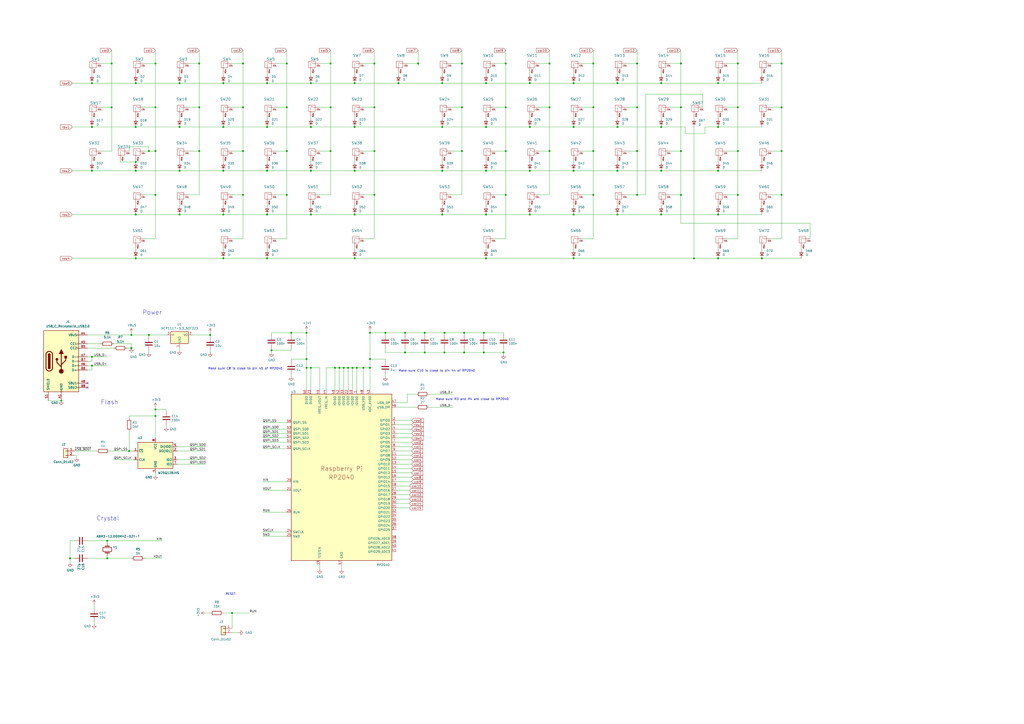
<source format=kicad_sch>
(kicad_sch (version 20211123) (generator eeschema)
  (paper "A2")
  (junction (at 453.39 36.83))
  (junction (at 140.97 87.63))
  (junction (at 453.39 113.03))
  (junction (at 242.57 36.83))
  (junction (at 416.56 73.66))
  (junction (at 121.92 194.31))
  (junction (at 427.99 87.63))
  (junction (at 427.99 113.03))
  (junction (at 76.2 194.31))
  (junction (at 344.17 113.03))
  (junction (at 394.97 87.63))
  (junction (at 177.8 213.36))
  (junction (at 281.94 124.46))
  (junction (at 256.54 48.26))
  (junction (at 214.63 193.04))
  (junction (at 35.56 232.41))
  (junction (at 256.54 124.46))
  (junction (at 86.36 194.31))
  (junction (at 369.57 62.23))
  (junction (at 154.94 124.46))
  (junction (at 394.97 36.83))
  (junction (at 86.36 87.63))
  (junction (at 205.74 48.26))
  (junction (at 205.74 99.06))
  (junction (at 383.54 73.66))
  (junction (at 53.34 207.01))
  (junction (at 177.8 208.28))
  (junction (at 78.74 149.86))
  (junction (at 64.77 62.23))
  (junction (at 293.37 62.23))
  (junction (at 196.85 213.36))
  (junction (at 217.17 36.83))
  (junction (at 307.34 73.66))
  (junction (at 246.38 204.47))
  (junction (at 453.39 62.23))
  (junction (at 402.59 149.86))
  (junction (at 64.77 36.83))
  (junction (at 104.14 48.26))
  (junction (at 369.57 87.63))
  (junction (at 234.95 193.04))
  (junction (at 344.17 36.83))
  (junction (at 383.54 48.26))
  (junction (at 358.14 48.26))
  (junction (at 344.17 87.63))
  (junction (at 427.99 36.83))
  (junction (at 104.14 73.66))
  (junction (at 332.74 73.66))
  (junction (at 78.74 48.26))
  (junction (at 104.14 124.46))
  (junction (at 217.17 113.03))
  (junction (at 332.74 149.86))
  (junction (at 269.24 193.04))
  (junction (at 344.17 62.23))
  (junction (at 62.23 313.69))
  (junction (at 166.37 87.63))
  (junction (at 194.31 213.36))
  (junction (at 293.37 87.63))
  (junction (at 369.57 36.83))
  (junction (at 154.94 48.26))
  (junction (at 246.38 193.04))
  (junction (at 231.14 48.26))
  (junction (at 267.97 36.83))
  (junction (at 281.94 99.06))
  (junction (at 280.67 204.47))
  (junction (at 129.54 99.06))
  (junction (at 383.54 124.46))
  (junction (at 53.34 48.26))
  (junction (at 53.34 212.09))
  (junction (at 180.34 48.26))
  (junction (at 318.77 62.23))
  (junction (at 90.17 241.3))
  (junction (at 154.94 99.06))
  (junction (at 217.17 87.63))
  (junction (at 115.57 36.83))
  (junction (at 180.34 213.36))
  (junction (at 140.97 113.03))
  (junction (at 90.17 237.49))
  (junction (at 307.34 124.46))
  (junction (at 62.23 323.85))
  (junction (at 210.82 213.36))
  (junction (at 223.52 193.04))
  (junction (at 201.93 213.36))
  (junction (at 129.54 48.26))
  (junction (at 40.64 323.85))
  (junction (at 369.57 113.03))
  (junction (at 157.48 203.2))
  (junction (at 394.97 62.23))
  (junction (at 256.54 73.66))
  (junction (at 214.63 208.28))
  (junction (at 90.17 36.83))
  (junction (at 394.97 113.03))
  (junction (at 293.37 113.03))
  (junction (at 166.37 36.83))
  (junction (at 441.96 149.86))
  (junction (at 281.94 73.66))
  (junction (at 257.81 193.04))
  (junction (at 207.01 213.36))
  (junction (at 358.14 99.06))
  (junction (at 78.74 93.98))
  (junction (at 267.97 62.23))
  (junction (at 140.97 36.83))
  (junction (at 292.1 204.47))
  (junction (at 383.54 99.06))
  (junction (at 416.56 149.86))
  (junction (at 256.54 99.06))
  (junction (at 332.74 124.46))
  (junction (at 318.77 36.83))
  (junction (at 358.14 73.66))
  (junction (at 416.56 99.06))
  (junction (at 332.74 99.06))
  (junction (at 180.34 73.66))
  (junction (at 154.94 73.66))
  (junction (at 180.34 99.06))
  (junction (at 166.37 62.23))
  (junction (at 78.74 99.06))
  (junction (at 204.47 213.36))
  (junction (at 129.54 124.46))
  (junction (at 53.34 73.66))
  (junction (at 154.94 149.86))
  (junction (at 427.99 62.23))
  (junction (at 180.34 124.46))
  (junction (at 76.2 201.93) (diameter 1.016))
  (junction (at 293.37 36.83))
  (junction (at 205.74 73.66))
  (junction (at 78.74 73.66))
  (junction (at 307.34 48.26))
  (junction (at 74.93 261.62))
  (junction (at 416.56 124.46))
  (junction (at 104.14 99.06))
  (junction (at 78.74 124.46))
  (junction (at 205.74 124.46))
  (junction (at 129.54 73.66))
  (junction (at 191.77 36.83))
  (junction (at 217.17 62.23))
  (junction (at 214.63 213.36))
  (junction (at 191.77 87.63))
  (junction (at 281.94 48.26))
  (junction (at 257.81 204.47))
  (junction (at 281.94 149.86))
  (junction (at 53.34 99.06))
  (junction (at 140.97 62.23))
  (junction (at 115.57 87.63))
  (junction (at 453.39 87.63))
  (junction (at 166.37 113.03))
  (junction (at 267.97 87.63))
  (junction (at 134.62 355.6))
  (junction (at 318.77 87.63))
  (junction (at 332.74 48.26))
  (junction (at 177.8 193.04))
  (junction (at 191.77 62.23))
  (junction (at 234.95 204.47))
  (junction (at 205.74 149.86))
  (junction (at 307.34 99.06))
  (junction (at 358.14 124.46))
  (junction (at 90.17 113.03))
  (junction (at 199.39 213.36))
  (junction (at 416.56 48.26))
  (junction (at 168.91 193.04))
  (junction (at 269.24 204.47))
  (junction (at 90.17 87.63))
  (junction (at 129.54 149.86))
  (junction (at 280.67 193.04))
  (junction (at 115.57 62.23))
  (junction (at 90.17 62.23))
  (no_connect (at 50.8 224.79))
  (no_connect (at 50.8 222.25))
  (wire (pts (xy 307.34 99.06) (xy 332.74 99.06)))
  (wire (pts (xy 248.92 228.6) (xy 262.89 228.6)))
  (wire (pts (xy 287.02 113.03) (xy 293.37 113.03)))
  (wire (pts (xy 185.42 213.36) (xy 180.34 213.36)))
  (wire (pts (xy 242.57 36.83) (xy 242.57 38.1)))
  (wire (pts (xy 152.4 256.54) (xy 166.37 256.54)))
  (wire (pts (xy 50.8 323.85) (xy 62.23 323.85)))
  (wire (pts (xy 185.42 36.83) (xy 191.77 36.83)))
  (wire (pts (xy 140.97 87.63) (xy 140.97 62.23)))
  (wire (pts (xy 229.87 243.84) (xy 238.76 243.84)))
  (wire (pts (xy 134.62 367.03) (xy 138.43 367.03)))
  (wire (pts (xy 280.67 194.31) (xy 280.67 193.04)))
  (wire (pts (xy 104.14 48.26) (xy 129.54 48.26)))
  (wire (pts (xy 152.4 248.92) (xy 166.37 248.92)))
  (wire (pts (xy 358.14 118.11) (xy 358.14 119.38)))
  (wire (pts (xy 102.87 266.7) (xy 119.38 266.7)))
  (wire (pts (xy 109.22 87.63) (xy 115.57 87.63)))
  (wire (pts (xy 256.54 124.46) (xy 281.94 124.46)))
  (wire (pts (xy 90.17 138.43) (xy 90.17 113.03)))
  (wire (pts (xy 53.34 209.55) (xy 53.34 207.01)))
  (wire (pts (xy 307.34 92.71) (xy 307.34 93.98)))
  (wire (pts (xy 229.87 259.08) (xy 238.76 259.08)))
  (wire (pts (xy 318.77 29.21) (xy 318.77 36.83)))
  (wire (pts (xy 196.85 213.36) (xy 199.39 213.36)))
  (wire (pts (xy 86.36 203.2) (xy 86.36 204.47)))
  (wire (pts (xy 453.39 29.21) (xy 453.39 36.83)))
  (wire (pts (xy 229.87 236.22) (xy 241.3 236.22)))
  (wire (pts (xy 78.74 143.51) (xy 78.74 144.78)))
  (wire (pts (xy 307.34 48.26) (xy 332.74 48.26)))
  (wire (pts (xy 280.67 204.47) (xy 269.24 204.47)))
  (wire (pts (xy 229.87 261.62) (xy 238.76 261.62)))
  (wire (pts (xy 50.8 212.09) (xy 53.34 212.09)))
  (wire (pts (xy 229.87 287.02) (xy 237.49 287.02)))
  (wire (pts (xy 236.22 36.83) (xy 242.57 36.83)))
  (wire (pts (xy 281.94 124.46) (xy 307.34 124.46)))
  (wire (pts (xy 154.94 149.86) (xy 205.74 149.86)))
  (wire (pts (xy 40.64 323.85) (xy 40.64 326.39)))
  (wire (pts (xy 78.74 149.86) (xy 129.54 149.86)))
  (wire (pts (xy 312.42 113.03) (xy 318.77 113.03)))
  (wire (pts (xy 332.74 48.26) (xy 358.14 48.26)))
  (wire (pts (xy 160.02 62.23) (xy 166.37 62.23)))
  (wire (pts (xy 256.54 48.26) (xy 281.94 48.26)))
  (wire (pts (xy 62.23 322.58) (xy 62.23 323.85)))
  (wire (pts (xy 441.96 67.31) (xy 441.96 68.58)))
  (wire (pts (xy 257.81 193.04) (xy 269.24 193.04)))
  (wire (pts (xy 129.54 149.86) (xy 154.94 149.86)))
  (wire (pts (xy 104.14 201.93) (xy 104.14 203.2)))
  (wire (pts (xy 383.54 99.06) (xy 416.56 99.06)))
  (wire (pts (xy 394.97 113.03) (xy 394.97 87.63)))
  (wire (pts (xy 201.93 213.36) (xy 204.47 213.36)))
  (wire (pts (xy 318.77 36.83) (xy 318.77 62.23)))
  (wire (pts (xy 83.82 138.43) (xy 90.17 138.43)))
  (wire (pts (xy 416.56 99.06) (xy 441.96 99.06)))
  (wire (pts (xy 168.91 193.04) (xy 177.8 193.04)))
  (wire (pts (xy 280.67 204.47) (xy 292.1 204.47)))
  (wire (pts (xy 104.14 67.31) (xy 104.14 68.58)))
  (wire (pts (xy 256.54 73.66) (xy 281.94 73.66)))
  (wire (pts (xy 50.8 313.69) (xy 62.23 313.69)))
  (wire (pts (xy 217.17 138.43) (xy 217.17 113.03)))
  (wire (pts (xy 58.42 87.63) (xy 64.77 87.63)))
  (wire (pts (xy 62.23 323.85) (xy 76.2 323.85)))
  (wire (pts (xy 369.57 113.03) (xy 369.57 87.63)))
  (wire (pts (xy 287.02 138.43) (xy 293.37 138.43)))
  (wire (pts (xy 74.93 250.19) (xy 74.93 261.62)))
  (wire (pts (xy 358.14 99.06) (xy 383.54 99.06)))
  (wire (pts (xy 134.62 355.6) (xy 134.62 364.49)))
  (wire (pts (xy 257.81 204.47) (xy 246.38 204.47)))
  (wire (pts (xy 111.76 194.31) (xy 121.92 194.31)))
  (wire (pts (xy 207.01 213.36) (xy 210.82 213.36)))
  (wire (pts (xy 86.36 87.63) (xy 90.17 87.63)))
  (wire (pts (xy 166.37 138.43) (xy 166.37 113.03)))
  (wire (pts (xy 256.54 118.11) (xy 256.54 119.38)))
  (wire (pts (xy 134.62 355.6) (xy 144.78 355.6)))
  (wire (pts (xy 102.87 261.62) (xy 119.38 261.62)))
  (wire (pts (xy 129.54 92.71) (xy 129.54 93.98)))
  (wire (pts (xy 453.39 36.83) (xy 453.39 62.23)))
  (wire (pts (xy 180.34 213.36) (xy 177.8 213.36)))
  (wire (pts (xy 160.02 138.43) (xy 166.37 138.43)))
  (wire (pts (xy 261.62 36.83) (xy 267.97 36.83)))
  (wire (pts (xy 166.37 308.61) (xy 152.4 308.61)))
  (wire (pts (xy 78.74 48.26) (xy 104.14 48.26)))
  (wire (pts (xy 332.74 41.91) (xy 332.74 43.18)))
  (wire (pts (xy 318.77 113.03) (xy 318.77 87.63)))
  (wire (pts (xy 229.87 254) (xy 238.76 254)))
  (wire (pts (xy 168.91 217.17) (xy 168.91 218.44)))
  (wire (pts (xy 189.23 226.06) (xy 189.23 213.36)))
  (wire (pts (xy 269.24 204.47) (xy 257.81 204.47)))
  (wire (pts (xy 129.54 143.51) (xy 129.54 144.78)))
  (wire (pts (xy 180.34 226.06) (xy 180.34 213.36)))
  (wire (pts (xy 234.95 201.93) (xy 234.95 204.47)))
  (wire (pts (xy 74.93 85.09) (xy 86.36 85.09)))
  (wire (pts (xy 307.34 41.91) (xy 307.34 43.18)))
  (wire (pts (xy 50.8 214.63) (xy 53.34 214.63)))
  (wire (pts (xy 210.82 138.43) (xy 217.17 138.43)))
  (wire (pts (xy 43.18 323.85) (xy 40.64 323.85)))
  (wire (pts (xy 307.34 118.11) (xy 307.34 119.38)))
  (wire (pts (xy 229.87 276.86) (xy 238.76 276.86)))
  (wire (pts (xy 104.14 92.71) (xy 104.14 93.98)))
  (wire (pts (xy 397.51 73.66) (xy 397.51 77.47)))
  (wire (pts (xy 129.54 73.66) (xy 154.94 73.66)))
  (wire (pts (xy 281.94 118.11) (xy 281.94 119.38)))
  (wire (pts (xy 27.94 232.41) (xy 35.56 232.41)))
  (wire (pts (xy 62.23 313.69) (xy 93.98 313.69)))
  (wire (pts (xy 54.61 350.52) (xy 54.61 353.06)))
  (wire (pts (xy 210.82 213.36) (xy 214.63 213.36)))
  (wire (pts (xy 53.34 212.09) (xy 62.23 212.09)))
  (wire (pts (xy 90.17 113.03) (xy 90.17 87.63)))
  (wire (pts (xy 185.42 113.03) (xy 191.77 113.03)))
  (wire (pts (xy 154.94 67.31) (xy 154.94 68.58)))
  (wire (pts (xy 416.56 118.11) (xy 416.56 119.38)))
  (wire (pts (xy 441.96 41.91) (xy 441.96 43.18)))
  (wire (pts (xy 154.94 48.26) (xy 180.34 48.26)))
  (wire (pts (xy 115.57 87.63) (xy 115.57 62.23)))
  (wire (pts (xy 83.82 36.83) (xy 90.17 36.83)))
  (wire (pts (xy 205.74 92.71) (xy 205.74 93.98)))
  (wire (pts (xy 177.8 213.36) (xy 177.8 226.06)))
  (wire (pts (xy 383.54 67.31) (xy 383.54 68.58)))
  (wire (pts (xy 281.94 99.06) (xy 307.34 99.06)))
  (wire (pts (xy 344.17 113.03) (xy 344.17 87.63)))
  (wire (pts (xy 421.64 138.43) (xy 427.99 138.43)))
  (wire (pts (xy 374.65 113.03) (xy 374.65 54.61)))
  (wire (pts (xy 344.17 87.63) (xy 344.17 62.23)))
  (wire (pts (xy 312.42 62.23) (xy 318.77 62.23)))
  (wire (pts (xy 189.23 213.36) (xy 194.31 213.36)))
  (wire (pts (xy 199.39 226.06) (xy 199.39 213.36)))
  (wire (pts (xy 104.14 124.46) (xy 129.54 124.46)))
  (wire (pts (xy 78.74 41.91) (xy 78.74 43.18)))
  (wire (pts (xy 83.82 113.03) (xy 90.17 113.03)))
  (wire (pts (xy 441.96 143.51) (xy 441.96 144.78)))
  (wire (pts (xy 261.62 87.63) (xy 267.97 87.63)))
  (wire (pts (xy 416.56 67.31) (xy 416.56 68.58)))
  (wire (pts (xy 50.8 199.39) (xy 58.42 199.39)))
  (wire (pts (xy 261.62 62.23) (xy 267.97 62.23)))
  (wire (pts (xy 140.97 29.21) (xy 140.97 36.83)))
  (wire (pts (xy 394.97 113.03) (xy 394.97 129.54)))
  (wire (pts (xy 210.82 113.03) (xy 217.17 113.03)))
  (wire (pts (xy 229.87 266.7) (xy 238.76 266.7)))
  (wire (pts (xy 134.62 87.63) (xy 140.97 87.63)))
  (wire (pts (xy 217.17 113.03) (xy 217.17 87.63)))
  (wire (pts (xy 421.64 113.03) (xy 427.99 113.03)))
  (wire (pts (xy 64.77 36.83) (xy 64.77 62.23)))
  (wire (pts (xy 104.14 41.91) (xy 104.14 43.18)))
  (wire (pts (xy 229.87 294.64) (xy 237.49 294.64)))
  (wire (pts (xy 229.87 248.92) (xy 238.76 248.92)))
  (wire (pts (xy 205.74 41.91) (xy 205.74 43.18)))
  (wire (pts (xy 166.37 311.15) (xy 152.4 311.15)))
  (wire (pts (xy 121.92 203.2) (xy 121.92 204.47)))
  (wire (pts (xy 53.34 48.26) (xy 78.74 48.26)))
  (wire (pts (xy 180.34 41.91) (xy 180.34 43.18)))
  (wire (pts (xy 154.94 143.51) (xy 154.94 144.78)))
  (wire (pts (xy 280.67 193.04) (xy 292.1 193.04)))
  (wire (pts (xy 74.93 242.57) (xy 74.93 241.3)))
  (wire (pts (xy 292.1 204.47) (xy 292.1 205.74)))
  (wire (pts (xy 152.4 251.46) (xy 166.37 251.46)))
  (wire (pts (xy 78.74 73.66) (xy 104.14 73.66)))
  (wire (pts (xy 287.02 36.83) (xy 293.37 36.83)))
  (wire (pts (xy 90.17 87.63) (xy 90.17 62.23)))
  (wire (pts (xy 58.42 62.23) (xy 64.77 62.23)))
  (wire (pts (xy 363.22 113.03) (xy 369.57 113.03)))
  (wire (pts (xy 421.64 62.23) (xy 427.99 62.23)))
  (wire (pts (xy 166.37 87.63) (xy 166.37 62.23)))
  (wire (pts (xy 469.9 129.54) (xy 469.9 138.43)))
  (wire (pts (xy 383.54 48.26) (xy 416.56 48.26)))
  (wire (pts (xy 394.97 36.83) (xy 394.97 62.23)))
  (wire (pts (xy 191.77 36.83) (xy 191.77 62.23)))
  (wire (pts (xy 229.87 251.46) (xy 238.76 251.46)))
  (wire (pts (xy 447.04 36.83) (xy 453.39 36.83)))
  (wire (pts (xy 205.74 118.11) (xy 205.74 119.38)))
  (wire (pts (xy 257.81 194.31) (xy 257.81 193.04)))
  (wire (pts (xy 344.17 29.21) (xy 344.17 36.83)))
  (wire (pts (xy 312.42 87.63) (xy 318.77 87.63)))
  (wire (pts (xy 337.82 36.83) (xy 344.17 36.83)))
  (wire (pts (xy 166.37 245.11) (xy 152.4 245.11)))
  (wire (pts (xy 383.54 124.46) (xy 416.56 124.46)))
  (wire (pts (xy 180.34 92.71) (xy 180.34 93.98)))
  (wire (pts (xy 191.77 113.03) (xy 191.77 87.63)))
  (wire (pts (xy 464.82 143.51) (xy 464.82 144.78)))
  (wire (pts (xy 210.82 226.06) (xy 210.82 213.36)))
  (wire (pts (xy 246.38 193.04) (xy 257.81 193.04)))
  (wire (pts (xy 408.94 77.47) (xy 408.94 73.66)))
  (wire (pts (xy 229.87 274.32) (xy 238.76 274.32)))
  (wire (pts (xy 41.91 149.86) (xy 78.74 149.86)))
  (wire (pts (xy 248.92 236.22) (xy 262.89 236.22)))
  (wire (pts (xy 205.74 143.51) (xy 205.74 144.78)))
  (wire (pts (xy 427.99 138.43) (xy 427.99 113.03)))
  (wire (pts (xy 41.91 48.26) (xy 53.34 48.26)))
  (wire (pts (xy 154.94 92.71) (xy 154.94 93.98)))
  (wire (pts (xy 205.74 149.86) (xy 281.94 149.86)))
  (wire (pts (xy 292.1 194.31) (xy 292.1 193.04)))
  (wire (pts (xy 267.97 29.21) (xy 267.97 36.83)))
  (wire (pts (xy 74.93 261.62) (xy 77.47 261.62)))
  (wire (pts (xy 64.77 87.63) (xy 64.77 62.23)))
  (wire (pts (xy 102.87 269.24) (xy 119.38 269.24)))
  (wire (pts (xy 90.17 36.83) (xy 90.17 62.23)))
  (wire (pts (xy 261.62 113.03) (xy 267.97 113.03)))
  (wire (pts (xy 453.39 113.03) (xy 453.39 87.63)))
  (wire (pts (xy 269.24 201.93) (xy 269.24 204.47)))
  (wire (pts (xy 223.52 209.55) (xy 223.52 208.28)))
  (wire (pts (xy 281.94 41.91) (xy 281.94 43.18)))
  (wire (pts (xy 234.95 194.31) (xy 234.95 193.04)))
  (wire (pts (xy 166.37 260.35) (xy 152.4 260.35)))
  (wire (pts (xy 281.94 48.26) (xy 307.34 48.26)))
  (wire (pts (xy 447.04 113.03) (xy 453.39 113.03)))
  (wire (pts (xy 129.54 99.06) (xy 154.94 99.06)))
  (wire (pts (xy 53.34 73.66) (xy 78.74 73.66)))
  (wire (pts (xy 293.37 138.43) (xy 293.37 113.03)))
  (wire (pts (xy 383.54 118.11) (xy 383.54 119.38)))
  (wire (pts (xy 214.63 208.28) (xy 214.63 213.36)))
  (wire (pts (xy 441.96 118.11) (xy 441.96 119.38)))
  (wire (pts (xy 223.52 201.93) (xy 223.52 204.47)))
  (wire (pts (xy 154.94 73.66) (xy 180.34 73.66)))
  (wire (pts (xy 129.54 355.6) (xy 134.62 355.6)))
  (wire (pts (xy 44.45 264.16) (xy 44.45 265.43)))
  (wire (pts (xy 205.74 73.66) (xy 256.54 73.66)))
  (wire (pts (xy 358.14 67.31) (xy 358.14 68.58)))
  (wire (pts (xy 140.97 138.43) (xy 140.97 113.03)))
  (wire (pts (xy 231.14 41.91) (xy 231.14 43.18)))
  (wire (pts (xy 168.91 208.28) (xy 177.8 208.28)))
  (wire (pts (xy 154.94 99.06) (xy 180.34 99.06)))
  (wire (pts (xy 281.94 149.86) (xy 332.74 149.86)))
  (wire (pts (xy 210.82 87.63) (xy 217.17 87.63)))
  (wire (pts (xy 180.34 99.06) (xy 205.74 99.06)))
  (wire (pts (xy 157.48 194.31) (xy 157.48 193.04)))
  (wire (pts (xy 229.87 256.54) (xy 238.76 256.54)))
  (wire (pts (xy 185.42 226.06) (xy 185.42 213.36)))
  (wire (pts (xy 332.74 124.46) (xy 358.14 124.46)))
  (wire (pts (xy 281.94 67.31) (xy 281.94 68.58)))
  (wire (pts (xy 236.22 228.6) (xy 236.22 233.68)))
  (wire (pts (xy 407.67 54.61) (xy 407.67 62.23)))
  (wire (pts (xy 83.82 62.23) (xy 90.17 62.23)))
  (wire (pts (xy 66.04 266.7) (xy 77.47 266.7)))
  (wire (pts (xy 96.52 194.31) (xy 86.36 194.31)))
  (wire (pts (xy 229.87 271.78) (xy 238.76 271.78)))
  (wire (pts (xy 53.34 41.91) (xy 53.34 43.18)))
  (wire (pts (xy 140.97 36.83) (xy 140.97 62.23)))
  (wire (pts (xy 205.74 48.26) (xy 231.14 48.26)))
  (wire (pts (xy 421.64 87.63) (xy 427.99 87.63)))
  (wire (pts (xy 41.91 99.06) (xy 53.34 99.06)))
  (wire (pts (xy 267.97 36.83) (xy 267.97 62.23)))
  (wire (pts (xy 64.77 29.21) (xy 64.77 36.83)))
  (wire (pts (xy 210.82 62.23) (xy 217.17 62.23)))
  (wire (pts (xy 234.95 204.47) (xy 223.52 204.47)))
  (wire (pts (xy 214.63 193.04) (xy 214.63 208.28)))
  (wire (pts (xy 394.97 29.21) (xy 394.97 36.83)))
  (wire (pts (xy 337.82 87.63) (xy 344.17 87.63)))
  (wire (pts (xy 231.14 48.26) (xy 256.54 48.26)))
  (wire (pts (xy 402.59 67.31) (xy 402.59 68.58)))
  (wire (pts (xy 293.37 29.21) (xy 293.37 36.83)))
  (wire (pts (xy 281.94 92.71) (xy 281.94 93.98)))
  (wire (pts (xy 408.94 73.66) (xy 416.56 73.66)))
  (wire (pts (xy 185.42 87.63) (xy 191.77 87.63)))
  (wire (pts (xy 307.34 124.46) (xy 332.74 124.46)))
  (wire (pts (xy 256.54 41.91) (xy 256.54 43.18)))
  (wire (pts (xy 86.36 85.09) (xy 86.36 87.63)))
  (wire (pts (xy 78.74 99.06) (xy 104.14 99.06)))
  (wire (pts (xy 229.87 269.24) (xy 238.76 269.24)))
  (wire (pts (xy 217.17 29.21) (xy 217.17 36.83)))
  (wire (pts (xy 41.91 73.66) (xy 53.34 73.66)))
  (wire (pts (xy 50.8 209.55) (xy 53.34 209.55)))
  (wire (pts (xy 229.87 289.56) (xy 237.49 289.56)))
  (wire (pts (xy 397.51 77.47) (xy 408.94 77.47)))
  (wire (pts (xy 383.54 92.71) (xy 383.54 93.98)))
  (wire (pts (xy 166.37 113.03) (xy 166.37 87.63)))
  (wire (pts (xy 344.17 36.83) (xy 344.17 62.23)))
  (wire (pts (xy 129.54 124.46) (xy 154.94 124.46)))
  (wire (pts (xy 129.54 118.11) (xy 129.54 119.38)))
  (wire (pts (xy 307.34 73.66) (xy 332.74 73.66)))
  (wire (pts (xy 453.39 87.63) (xy 453.39 62.23)))
  (wire (pts (xy 115.57 36.83) (xy 115.57 62.23)))
  (wire (pts (xy 229.87 233.68) (xy 236.22 233.68)))
  (wire (pts (xy 363.22 36.83) (xy 369.57 36.83)))
  (wire (pts (xy 69.85 93.98) (xy 78.74 93.98)))
  (wire (pts (xy 205.74 124.46) (xy 256.54 124.46)))
  (wire (pts (xy 58.42 36.83) (xy 64.77 36.83)))
  (wire (pts (xy 447.04 87.63) (xy 453.39 87.63)))
  (wire (pts (xy 53.34 207.01) (xy 62.23 207.01)))
  (wire (pts (xy 74.93 241.3) (xy 90.17 241.3)))
  (wire (pts (xy 363.22 62.23) (xy 369.57 62.23)))
  (wire (pts (xy 312.42 36.83) (xy 318.77 36.83)))
  (wire (pts (xy 129.54 41.91) (xy 129.54 43.18)))
  (wire (pts (xy 388.62 62.23) (xy 394.97 62.23)))
  (wire (pts (xy 388.62 36.83) (xy 394.97 36.83)))
  (wire (pts (xy 90.17 241.3) (xy 90.17 254)))
  (wire (pts (xy 205.74 99.06) (xy 256.54 99.06)))
  (wire (pts (xy 358.14 73.66) (xy 383.54 73.66)))
  (wire (pts (xy 96.52 238.76) (xy 96.52 237.49)))
  (wire (pts (xy 318.77 87.63) (xy 318.77 62.23)))
  (wire (pts (xy 204.47 213.36) (xy 207.01 213.36)))
  (wire (pts (xy 369.57 87.63) (xy 369.57 62.23)))
  (wire (pts (xy 416.56 48.26) (xy 441.96 48.26)))
  (wire (pts (xy 416.56 124.46) (xy 441.96 124.46)))
  (wire (pts (xy 50.8 194.31) (xy 76.2 194.31)))
  (wire (pts (xy 257.81 201.93) (xy 257.81 204.47)))
  (wire (pts (xy 441.96 92.71) (xy 441.96 93.98)))
  (wire (pts (xy 332.74 118.11) (xy 332.74 119.38)))
  (wire (pts (xy 134.62 62.23) (xy 140.97 62.23)))
  (wire (pts (xy 86.36 195.58) (xy 86.36 194.31)))
  (wire (pts (xy 90.17 236.22) (xy 90.17 237.49)))
  (wire (pts (xy 281.94 143.51) (xy 281.94 144.78)))
  (wire (pts (xy 198.12 327.66) (xy 198.12 330.2)))
  (wire (pts (xy 104.14 73.66) (xy 129.54 73.66)))
  (wire (pts (xy 229.87 246.38) (xy 238.76 246.38)))
  (wire (pts (xy 332.74 149.86) (xy 402.59 149.86)))
  (wire (pts (xy 180.34 124.46) (xy 205.74 124.46)))
  (wire (pts (xy 369.57 29.21) (xy 369.57 36.83)))
  (wire (pts (xy 96.52 246.38) (xy 96.52 247.65)))
  (wire (pts (xy 134.62 113.03) (xy 140.97 113.03)))
  (wire (pts (xy 119.38 355.6) (xy 121.92 355.6)))
  (wire (pts (xy 109.22 36.83) (xy 115.57 36.83)))
  (wire (pts (xy 129.54 67.31) (xy 129.54 68.58)))
  (wire (pts (xy 134.62 36.83) (xy 140.97 36.83)))
  (wire (pts (xy 90.17 29.21) (xy 90.17 36.83)))
  (wire (pts (xy 421.64 36.83) (xy 427.99 36.83)))
  (wire (pts (xy 109.22 113.03) (xy 115.57 113.03)))
  (wire (pts (xy 154.94 41.91) (xy 154.94 43.18)))
  (wire (pts (xy 358.14 92.71) (xy 358.14 93.98)))
  (wire (pts (xy 157.48 203.2) (xy 157.48 204.47)))
  (wire (pts (xy 217.17 36.83) (xy 217.17 62.23)))
  (wire (pts (xy 96.52 237.49) (xy 90.17 237.49)))
  (wire (pts (xy 229.87 281.94) (xy 237.49 281.94)))
  (wire (pts (xy 223.52 193.04) (xy 234.95 193.04)))
  (wire (pts (xy 369.57 113.03) (xy 374.65 113.03)))
  (wire (pts (xy 416.56 149.86) (xy 441.96 149.86)))
  (wire (pts (xy 332.74 92.71) (xy 332.74 93.98)))
  (wire (pts (xy 416.56 92.71) (xy 416.56 93.98)))
  (wire (pts (xy 287.02 62.23) (xy 293.37 62.23)))
  (wire (pts (xy 269.24 193.04) (xy 280.67 193.04)))
  (wire (pts (xy 269.24 194.31) (xy 269.24 193.04)))
  (wire (pts (xy 191.77 29.21) (xy 191.77 36.83)))
  (wire (pts (xy 287.02 87.63) (xy 293.37 87.63)))
  (wire (pts (xy 214.63 193.04) (xy 223.52 193.04)))
  (wire (pts (xy 207.01 213.36) (xy 207.01 226.06)))
  (wire (pts (xy 246.38 204.47) (xy 234.95 204.47)))
  (wire (pts (xy 152.4 279.4) (xy 166.37 279.4)))
  (wire (pts (xy 332.74 99.06) (xy 358.14 99.06)))
  (wire (pts (xy 194.31 226.06) (xy 194.31 213.36)))
  (wire (pts (xy 394.97 129.54) (xy 469.9 129.54)))
  (wire (pts (xy 140.97 113.03) (xy 140.97 87.63)))
  (wire (pts (xy 388.62 113.03) (xy 394.97 113.03)))
  (wire (pts (xy 236.22 228.6) (xy 241.3 228.6)))
  (wire (pts (xy 293.37 87.63) (xy 293.37 62.23)))
  (wire (pts (xy 115.57 29.21) (xy 115.57 36.83)))
  (wire (pts (xy 76.2 194.31) (xy 86.36 194.31)))
  (wire (pts (xy 229.87 284.48) (xy 237.49 284.48)))
  (wire (pts (xy 160.02 87.63) (xy 166.37 87.63)))
  (wire (pts (xy 78.74 67.31) (xy 78.74 68.58)))
  (wire (pts (xy 166.37 36.83) (xy 166.37 62.23)))
  (wire (pts (xy 157.48 201.93) (xy 157.48 203.2)))
  (wire (pts (xy 246.38 201.93) (xy 246.38 204.47)))
  (wire (pts (xy 66.04 199.39) (xy 76.2 199.39)))
  (wire (pts (xy 427.99 36.83) (xy 427.99 62.23)))
  (wire (pts (xy 229.87 292.1) (xy 237.49 292.1)))
  (wire (pts (xy 256.54 92.71) (xy 256.54 93.98)))
  (wire (pts (xy 332.74 73.66) (xy 358.14 73.66)))
  (wire (pts (xy 332.74 143.51) (xy 332.74 144.78)))
  (wire (pts (xy 41.91 124.46) (xy 78.74 124.46)))
  (wire (pts (xy 157.48 203.2) (xy 168.91 203.2)))
  (wire (pts (xy 62.23 314.96) (xy 62.23 313.69)))
  (wire (pts (xy 214.63 191.77) (xy 214.63 193.04)))
  (wire (pts (xy 402.59 73.66) (xy 402.59 149.86)))
  (wire (pts (xy 185.42 327.66) (xy 185.42 330.2)))
  (wire (pts (xy 50.8 207.01) (xy 53.34 207.01)))
  (wire (pts (xy 402.59 149.86) (xy 416.56 149.86)))
  (wire (pts (xy 109.22 62.23) (xy 115.57 62.23)))
  (wire (pts (xy 180.34 48.26) (xy 205.74 48.26)))
  (wire (pts (xy 280.67 201.93) (xy 280.67 204.47)))
  (wire (pts (xy 152.4 297.18) (xy 166.37 297.18)))
  (wire (pts (xy 69.85 92.71) (xy 69.85 93.98)))
  (wire (pts (xy 358.14 48.26) (xy 383.54 48.26)))
  (wire (pts (xy 199.39 213.36) (xy 201.93 213.36)))
  (wire (pts (xy 383.54 41.91) (xy 383.54 43.18)))
  (wire (pts (xy 50.8 201.93) (xy 66.04 201.93)))
  (wire (pts (xy 191.77 87.63) (xy 191.77 62.23)))
  (wire (pts (xy 369.57 36.83) (xy 369.57 62.23)))
  (wire (pts (xy 76.2 199.39) (xy 76.2 201.93)))
  (wire (pts (xy 168.91 209.55) (xy 168.91 208.28)))
  (wire (pts (xy 256.54 67.31) (xy 256.54 68.58)))
  (wire (pts (xy 154.94 118.11) (xy 154.94 119.38)))
  (wire (pts (xy 53.34 99.06) (xy 78.74 99.06)))
  (wire (pts (xy 40.64 313.69) (xy 40.64 323.85)))
  (wire (pts (xy 43.18 313.69) (xy 40.64 313.69)))
  (wire (pts (xy 76.2 193.04) (xy 76.2 194.31)))
  (wire (pts (xy 83.82 87.63) (xy 86.36 87.63)))
  (wire (pts (xy 185.42 62.23) (xy 191.77 62.23)))
  (wire (pts (xy 383.54 73.66) (xy 397.51 73.66)))
  (wire (pts (xy 307.34 67.31) (xy 307.34 68.58)))
  (wire (pts (xy 168.91 203.2) (xy 168.91 201.93)))
  (wire (pts (xy 90.17 237.49) (xy 90.17 241.3)))
  (wire (pts (xy 214.63 208.28) (xy 223.52 208.28)))
  (wire (pts (xy 73.66 201.93) (xy 76.2 201.93)))
  (wire (pts (xy 78.74 92.71) (xy 78.74 93.98)))
  (wire (pts (xy 394.97 87.63) (xy 394.97 62.23)))
  (wire (pts (xy 78.74 124.46) (xy 104.14 124.46)))
  (wire (pts (xy 121.92 195.58) (xy 121.92 194.31)))
  (wire (pts (xy 83.82 323.85) (xy 93.98 323.85)))
  (wire (pts (xy 223.52 217.17) (xy 223.52 218.44)))
  (wire (pts (xy 90.17 274.32) (xy 90.17 275.59)))
  (wire (pts (xy 201.93 226.06) (xy 201.93 213.36)))
  (wire (pts (xy 292.1 201.93) (xy 292.1 204.47)))
  (wire (pts (xy 43.18 264.16) (xy 44.45 264.16)))
  (wire (pts (xy 332.74 67.31) (xy 332.74 68.58)))
  (wire (pts (xy 416.56 143.51) (xy 416.56 144.78)))
  (wire (pts (xy 337.82 138.43) (xy 344.17 138.43)))
  (wire (pts (xy 115.57 113.03) (xy 115.57 87.63)))
  (wire (pts (xy 55.88 261.62) (xy 43.18 261.62)))
  (wire (pts (xy 281.94 73.66) (xy 307.34 73.66)))
  (wire (pts (xy 447.04 138.43) (xy 453.39 138.43)))
  (wire (pts (xy 242.57 29.21) (xy 242.57 36.83)))
  (wire (pts (xy 363.22 87.63) (xy 369.57 87.63)))
  (wire (pts (xy 154.94 124.46) (xy 180.34 124.46)))
  (wire (pts (xy 388.62 87.63) (xy 394.97 87.63)))
  (wire (pts (xy 256.54 99.06) (xy 281.94 99.06)))
  (wire (pts (xy 129.54 48.26) (xy 154.94 48.26)))
  (wire (pts (xy 229.87 264.16) (xy 238.76 264.16)))
  (wire (pts (xy 63.5 261.62) (xy 74.93 261.62)))
  (wire (pts (xy 180.34 118.11) (xy 180.34 119.38)))
  (wire (pts (xy 267.97 87.63) (xy 267.97 62.23)))
  (wire (pts (xy 196.85 226.06) (xy 196.85 213.36)))
  (wire (pts (xy 229.87 279.4) (xy 238.76 279.4)))
  (wire (pts (xy 152.4 254) (xy 166.37 254)))
  (wire (pts (xy 293.37 113.03) (xy 293.37 87.63)))
  (wire (pts (xy 204.47 226.06) (xy 204.47 213.36)))
  (wire (pts (xy 121.92 194.31) (xy 121.92 193.04)))
  (wire (pts (xy 177.8 193.04) (xy 177.8 208.28)))
  (wire (pts (xy 267.97 113.03) (xy 267.97 87.63)))
  (wire (pts (xy 104.14 118.11) (xy 104.14 119.38)))
  (wire (pts (xy 293.37 36.83) (xy 293.37 62.23)))
  (wire (pts (xy 160.02 113.03) (xy 166.37 113.03)))
  (wire (pts (xy 374.65 54.61) (xy 407.67 54.61)))
  (wire (pts (xy 157.48 193.04) (xy 168.91 193.04)))
  (wire (pts (xy 416.56 73.66) (xy 441.96 73.66)))
  (wire (pts (xy 416.56 41.91) (xy 416.56 43.18)))
  (wire (pts (xy 246.38 194.31) (xy 246.38 193.04)))
  (wire (pts (xy 53.34 92.71) (xy 53.34 93.98)))
  (wire (pts (xy 453.39 138.43) (xy 453.39 113.03)))
  (wire (pts (xy 234.95 193.04) (xy 246.38 193.04)))
  (wire (pts (xy 177.8 208.28) (xy 177.8 213.36)))
  (wire (pts (xy 54.61 360.68) (xy 54.61 361.95)))
  (wire (pts (xy 427.99 87.63) (xy 427.99 62.23)))
  (wire (pts (xy 427.99 29.21) (xy 427.99 36.83)))
  (wire (pts (xy 447.04 62.23) (xy 453.39 62.23)))
  (wire (pts (xy 180.34 67.31) (xy 180.34 68.58)))
  (wire (pts (xy 168.91 194.31) (xy 168.91 193.04)))
  (wire (pts (xy 358.14 41.91) (xy 358.14 43.18)))
  (wire (pts (xy 78.74 118.11) (xy 78.74 119.38)))
  (wire (pts (xy 214.63 213.36) (xy 214.63 226.06)))
  (wire (pts (xy 205.74 67.31) (xy 205.74 68.58)))
  (wire (pts (xy 53.34 67.31) (xy 53.34 68.58)))
  (wire (pts (xy 134.62 138.43) (xy 140.97 138.43)))
  (wire (pts (xy 160.02 36.83) (xy 166.37 36.83)))
  (wire (pts (xy 337.82 62.23) (xy 344.17 62.23)))
  (wire (pts (xy 53.34 212.09) (xy 53.34 214.63)))
  (wire (pts (xy 166.37 284.48) (xy 152.4 284.48)))
  (wire (pts (xy 210.82 36.83) (xy 217.17 36.83)))
  (wire (pts (xy 194.31 213.36) (xy 196.85 213.36)))
  (wire (pts (xy 464.82 149.86) (xy 441.96 149.86)))
  (wire (pts (xy 102.87 259.08) (xy 119.38 259.08)))
  (wire (pts (xy 358.14 124.46) (xy 383.54 124.46)))
  (wire (pts (xy 427.99 113.03) (xy 427.99 87.63)))
  (wire (pts (xy 74.93 87.63) (xy 74.93 85.09)))
  (wire (pts (xy 180.34 73.66) (xy 205.74 73.66)))
  (wire (pts (xy 344.17 138.43) (xy 344.17 113.03)))
  (wire (pts (xy 337.82 113.03) (xy 344.17 113.03)))
  (wire (pts (xy 177.8 191.77) (xy 177.8 193.04)))
  (wire (pts (xy 104.14 99.06) (xy 129.54 99.06)))
  (wire (pts (xy 166.37 29.21) (xy 166.37 36.83)))
  (wire (pts (xy 223.52 194.31) (xy 223.52 193.04)))
  (wire (pts (xy 217.17 87.63) (xy 217.17 62.23)))
  (text "Make sure C10 is close to pin 44 of RP2040" (at 231.14 215.9 0) (effects (font (size 1.27 1.27)) (justify left bottom)))
  (text "Make sure C8 is close to pin 45 of RP2040" (at 120.65 214.63 0) (effects (font (size 1.27 1.27)) (justify left bottom)))
  (text "RESET\n" (at 130.81 345.44 0) (effects (font (size 1.27 1.27)) (justify left bottom)))
  (text "Flash" (at 58.42 234.95 0) (effects (font (size 2.54 2.54)) (justify left bottom)))
  (text "Power" (at 82.55 182.88 0) (effects (font (size 2.54 2.54)) (justify left bottom)))
  (text "Make sure R3 and R4 are close to RP2040" (at 252.73 232.41 0) (effects (font (size 1.27 1.27)) (justify left bottom)))
  (text "Crystal" (at 55.88 302.26 0) (effects (font (size 2.54 2.54)) (justify left bottom)))
  (label "XOUT" (at 152.4 284.48 0))
  (label "RUN" (at 152.4 297.18 0))
  (label "SWCLK" (at 152.4 308.61 0))
  (label "USB_D+" (at 262.89 228.6 180))
  (label "USB_D-" (at 62.23 207.01 180))
  (label "QSPI_SD1" (at 119.38 261.62 180))
  (label "SWD" (at 152.4 311.15 0))
  (label "XIN" (at 152.4 279.4 0))
  (label "RUN" (at 144.78 355.6 0))
  (label "QSPI_SD0" (at 152.4 248.92 0))
  (label "QSPI_SD2" (at 119.38 266.7 180))
  (label "QSPI_SS" (at 66.04 261.62 0))
  (label "QSPI_SD1" (at 152.4 251.46 0))
  (label "USB_D+" (at 62.23 212.09 180))
  (label "QSPI_SD3" (at 119.38 269.24 180))
  (label "QSPI_SCLK" (at 152.4 260.35 0))
  (label "XOUT" (at 93.98 323.85 180))
  (label "USB_D-" (at 262.89 236.22 180))
  (label "~{USB_BOOT}" (at 43.18 261.62 0))
  (label "XIN" (at 93.98 313.69 180))
  (label "QSPI_SS" (at 152.4 245.11 0))
  (label "QSPI_SCLK" (at 66.04 266.7 0))
  (label "QSPI_SD3" (at 152.4 256.54 0))
  (label "QSPI_SD0" (at 119.38 259.08 180))
  (label "QSPI_SD2" (at 152.4 254 0))
  (global_label "col2" (shape input) (at 115.57 29.21 180) (property "Intersheet References" "${INTERSHEET_REFS}" (effects hide)))
  (global_label "col14" (shape input) (at 427.99 29.21 180) (property "Intersheet References" "${INTERSHEET_REFS}" (effects hide)))
  (global_label "row3" (shape input) (at 238.76 251.46 0) (property "Intersheet References" "${INTERSHEET_REFS}" (effects hide)))
  (global_label "col11" (shape input) (at 344.17 29.21 180) (property "Intersheet References" "${INTERSHEET_REFS}" (effects hide)))
  (global_label "col14" (shape input) (at 237.49 292.1 0) (property "Intersheet References" "${INTERSHEET_REFS}" (effects hide)))
  (global_label "col6" (shape input) (at 217.17 29.21 180) (property "Intersheet References" "${INTERSHEET_REFS}" (effects hide)))
  (global_label "col15" (shape input) (at 237.49 294.64 0) (property "Intersheet References" "${INTERSHEET_REFS}" (effects hide)))
  (global_label "col6" (shape input) (at 238.76 271.78 0) (property "Intersheet References" "${INTERSHEET_REFS}" (effects hide)))
  (global_label "col0" (shape input) (at 238.76 256.54 0) (property "Intersheet References" "${INTERSHEET_REFS}" (effects hide)))
  (global_label "col8" (shape input) (at 238.76 276.86 0) (property "Intersheet References" "${INTERSHEET_REFS}" (effects hide)))
  (global_label "col5" (shape input) (at 238.76 269.24 0) (property "Intersheet References" "${INTERSHEET_REFS}" (effects hide)))
  (global_label "col10" (shape input) (at 318.77 29.21 180) (property "Intersheet References" "${INTERSHEET_REFS}" (effects hide)))
  (global_label "col5" (shape input) (at 191.77 29.21 180) (property "Intersheet References" "${INTERSHEET_REFS}" (effects hide)))
  (global_label "row0" (shape input) (at 41.91 48.26 180) (property "Intersheet References" "${INTERSHEET_REFS}" (effects hide)))
  (global_label "row2" (shape input) (at 41.91 99.06 180) (property "Intersheet References" "${INTERSHEET_REFS}" (effects hide)))
  (global_label "col13" (shape input) (at 394.97 29.21 180) (property "Intersheet References" "${INTERSHEET_REFS}" (effects hide)))
  (global_label "col4" (shape input) (at 166.37 29.21 180) (property "Intersheet References" "${INTERSHEET_REFS}" (effects hide)))
  (global_label "col4" (shape input) (at 238.76 266.7 0) (property "Intersheet References" "${INTERSHEET_REFS}" (effects hide)))
  (global_label "col3" (shape input) (at 140.97 29.21 180) (property "Intersheet References" "${INTERSHEET_REFS}" (effects hide)))
  (global_label "row1" (shape input) (at 238.76 246.38 0) (property "Intersheet References" "${INTERSHEET_REFS}" (effects hide)))
  (global_label "row3" (shape input) (at 41.91 124.46 180) (property "Intersheet References" "${INTERSHEET_REFS}" (effects hide)))
  (global_label "col9" (shape input) (at 238.76 279.4 0) (property "Intersheet References" "${INTERSHEET_REFS}" (effects hide)))
  (global_label "col2" (shape input) (at 238.76 261.62 0) (property "Intersheet References" "${INTERSHEET_REFS}" (effects hide)))
  (global_label "col1" (shape input) (at 90.17 29.21 180) (property "Intersheet References" "${INTERSHEET_REFS}" (effects hide)))
  (global_label "col7" (shape input) (at 242.57 29.21 180) (property "Intersheet References" "${INTERSHEET_REFS}" (effects hide)))
  (global_label "col12" (shape input) (at 237.49 287.02 0) (property "Intersheet References" "${INTERSHEET_REFS}" (effects hide)))
  (global_label "row0" (shape input) (at 238.76 243.84 0) (property "Intersheet References" "${INTERSHEET_REFS}" (effects hide)))
  (global_label "col3" (shape input) (at 238.76 264.16 0) (property "Intersheet References" "${INTERSHEET_REFS}" (effects hide)))
  (global_label "row2" (shape input) (at 238.76 248.92 0) (property "Intersheet References" "${INTERSHEET_REFS}" (effects hide)))
  (global_label "col15" (shape input) (at 453.39 29.21 180) (property "Intersheet References" "${INTERSHEET_REFS}" (effects hide)))
  (global_label "col0" (shape input) (at 64.77 29.21 180) (property "Intersheet References" "${INTERSHEET_REFS}" (effects hide)))
  (global_label "col12" (shape input) (at 369.57 29.21 180) (property "Intersheet References" "${INTERSHEET_REFS}" (effects hide)))
  (global_label "col11" (shape input) (at 237.49 284.48 0) (property "Intersheet References" "${INTERSHEET_REFS}" (effects hide)))
  (global_label "row4" (shape input) (at 238.76 254 0) (property "Intersheet References" "${INTERSHEET_REFS}" (effects hide)))
  (global_label "col7" (shape input) (at 238.76 274.32 0) (property "Intersheet References" "${INTERSHEET_REFS}" (effects hide)))
  (global_label "col1" (shape input) (at 238.76 259.08 0) (property "Intersheet References" "${INTERSHEET_REFS}" (effects hide)))
  (global_label "col10" (shape input) (at 237.49 281.94 0) (property "Intersheet References" "${INTERSHEET_REFS}" (effects hide)))
  (global_label "row1" (shape input) (at 41.91 73.66 180) (property "Intersheet References" "${INTERSHEET_REFS}" (effects hide)))
  (global_label "col13" (shape input) (at 237.49 289.56 0) (property "Intersheet References" "${INTERSHEET_REFS}" (effects hide)))
  (global_label "col8" (shape input) (at 267.97 29.21 180) (property "Intersheet References" "${INTERSHEET_REFS}" (effects hide)))
  (global_label "row4" (shape input) (at 41.91 149.86 180) (property "Intersheet References" "${INTERSHEET_REFS}" (effects hide)))
  (global_label "col9" (shape input) (at 293.37 29.21 180) (property "Intersheet References" "${INTERSHEET_REFS}" (effects hide)))
  (symbol (lib_id "Device:D_Small") (at 256.54 45.72 90) (unit 1)
    (property "Reference" "D9" (at 259.08 43.942 90) (effects (justify right)))
    (property "Value" "D" (at 259.08 46.228 90) (effects (justify right)))
    (property "Footprint" "Diode_SMD:D_SOD-123" (effects hide))
  )
  (symbol (lib_id "Device:D_Small") (at 416.56 96.52 90) (unit 1)
    (property "Reference" "D45" (at 419.1 94.742 90) (effects (justify right)))
    (property "Value" "D" (at 419.1 97.028 90) (effects (justify right)))
    (property "Footprint" "Diode_SMD:D_SOD-123" (effects hide))
  )
  (symbol (lib_id "Device:C") (at 257.81 198.12 0) (unit 1)
    (property "Reference" "C8" (at 260.731 196.9516 0) (effects (justify left)))
    (property "Value" "100n" (at 260.731 199.263 0) (effects (justify left)))
    (property "Footprint" "Capacitor_SMD:C_0402_1005Metric" (effects hide))
  )
  (symbol (lib_id "MX_Alps_Hybrid:MX-NoLED") (at 156.21 63.5 0) (unit 1)
    (property "Reference" "SW21" (at 156.21 57.5818 0) (effects (font (size 1.524 1.524))))
    (property "Value" "SW_Push" (effects hide))
    (property "Footprint" "Button_Switch_Keyboard:SW_Cherry_MX_1.00u_PCB" (effects hide))
  )
  (symbol (lib_id "MX_Alps_Hybrid:MX-NoLED") (at 443.23 88.9 0) (unit 1)
    (property "Reference" "SW46" (at 443.23 82.9818 0) (effects (font (size 1.524 1.524))))
    (property "Value" "SW_Push" (effects hide))
    (property "Footprint" "Button_Switch_Keyboard:SW_Cherry_MX_1.00u_PCB" (effects hide))
  )
  (symbol (lib_id "power:GND") (at 96.52 247.65 0) (unit 1)
    (property "Reference" "#PWR014" (effects hide))
    (property "Value" "GND" (at 100.33 248.92 0))
  )
  (symbol (lib_id "MX_Alps_Hybrid:MX-NoLED") (at 207.01 139.7 0) (unit 1)
    (property "Reference" "SW64" (at 207.01 133.7818 0) (effects (font (size 1.524 1.524))))
    (property "Value" "SW_Push" (effects hide))
    (property "Footprint" "Button_Switch_Keyboard:SW_Cherry_MX_1.00u_PCB" (effects hide))
  )
  (symbol (lib_id "MX_Alps_Hybrid:MX-NoLED") (at 207.01 88.9 0) (unit 1)
    (property "Reference" "SW38" (at 207.01 82.9818 0) (effects (font (size 1.524 1.524))))
    (property "Value" "SW_Push" (effects hide))
    (property "Footprint" "Button_Switch_Keyboard:SW_Cherry_MX_1.00u_PCB" (effects hide))
  )
  (symbol (lib_id "Device:D_Small") (at 104.14 96.52 90) (unit 1)
    (property "Reference" "D34" (at 106.68 94.742 90) (effects (justify right)))
    (property "Value" "D" (at 106.68 97.028 90) (effects (justify right)))
    (property "Footprint" "Diode_SMD:D_SOD-123" (effects hide))
  )
  (symbol (lib_id "power:GND") (at 90.17 275.59 0) (unit 1)
    (property "Reference" "#PWR016" (effects hide))
    (property "Value" "GND" (at 86.36 276.86 0))
  )
  (symbol (lib_id "MX_Alps_Hybrid:MX-NoLED") (at 156.21 139.7 0) (unit 1)
    (property "Reference" "SW63" (at 156.21 133.7818 0) (effects (font (size 1.524 1.524))))
    (property "Value" "SW_Push" (effects hide))
    (property "Footprint" "Button_Switch_Keyboard:SW_Cherry_MX_2.00u_PCB" (effects hide))
  )
  (symbol (lib_id "power:GND") (at 223.52 218.44 0) (unit 1)
    (property "Reference" "#PWR012" (effects hide))
    (property "Value" "GND" (at 223.647 222.8342 0))
  )
  (symbol (lib_id "Device:D_Small") (at 104.14 45.72 90) (unit 1)
    (property "Reference" "D3" (at 106.68 44.4499 90) (effects (justify right)))
    (property "Value" "D" (at 106.68 46.9899 90) (effects (justify right)))
    (property "Footprint" "Diode_SMD:D_SOD-123" (effects hide))
  )
  (symbol (lib_id "Device:C") (at 280.67 198.12 0) (unit 1)
    (property "Reference" "C10" (at 283.591 196.9516 0) (effects (justify left)))
    (property "Value" "100n" (at 283.591 199.263 0) (effects (justify left)))
    (property "Footprint" "Capacitor_SMD:C_0402_1005Metric" (effects hide))
  )
  (symbol (lib_id "power:GND") (at 104.14 203.2 0) (unit 1)
    (property "Reference" "#PWR03" (effects hide))
    (property "Value" "GND" (at 100.33 204.47 0))
  )
  (symbol (lib_id "MX_Alps_Hybrid:MX-NoLED") (at 105.41 88.9 0) (unit 1)
    (property "Reference" "SW34" (at 105.41 82.9818 0) (effects (font (size 1.524 1.524))))
    (property "Value" "SW_Push" (effects hide))
    (property "Footprint" "Button_Switch_Keyboard:SW_Cherry_MX_1.00u_PCB" (effects hide))
  )
  (symbol (lib_id "Device:C") (at 292.1 198.12 0) (unit 1)
    (property "Reference" "C11" (at 295.021 196.9516 0) (effects (justify left)))
    (property "Value" "100n" (at 295.021 199.263 0) (effects (justify left)))
    (property "Footprint" "Capacitor_SMD:C_0402_1005Metric" (effects hide))
  )
  (symbol (lib_id "MX_Alps_Hybrid:MX-NoLED") (at 257.81 63.5 0) (unit 1)
    (property "Reference" "SW24" (at 257.81 57.5818 0) (effects (font (size 1.524 1.524))))
    (property "Value" "SW_Push" (effects hide))
    (property "Footprint" "Button_Switch_Keyboard:SW_Cherry_MX_1.00u_PCB" (effects hide))
  )
  (symbol (lib_id "Device:D_Small") (at 383.54 71.12 90) (unit 1)
    (property "Reference" "D29" (at 386.08 69.342 90) (effects (justify right)))
    (property "Value" "D" (at 386.08 71.628 90) (effects (justify right)))
    (property "Footprint" "Diode_SMD:D_SOD-123" (effects hide))
  )
  (symbol (lib_id "Device:R") (at 245.11 228.6 270) (unit 1)
    (property "Reference" "R1" (at 245.11 223.3422 90))
    (property "Value" "27" (at 245.11 225.6536 90))
    (property "Footprint" "Resistor_SMD:R_0402_1005Metric" (effects hide))
  )
  (symbol (lib_id "Device:D_Small") (at 281.94 45.72 90) (unit 1)
    (property "Reference" "D10" (at 284.48 43.942 90) (effects (justify right)))
    (property "Value" "D" (at 284.48 46.228 90) (effects (justify right)))
    (property "Footprint" "Diode_SMD:D_SOD-123" (effects hide))
  )
  (symbol (lib_id "Device:D_Small") (at 281.94 121.92 90) (unit 1)
    (property "Reference" "D54" (at 284.48 120.142 90) (effects (justify right)))
    (property "Value" "D" (at 284.48 122.428 90) (effects (justify right)))
    (property "Footprint" "Diode_SMD:D_SOD-123" (effects hide))
  )
  (symbol (lib_id "Device:D_Small") (at 53.34 71.12 90) (unit 1)
    (property "Reference" "D17" (at 55.88 69.8499 90) (effects (justify right)))
    (property "Value" "D" (at 55.88 72.3899 90) (effects (justify right)))
    (property "Footprint" "Diode_SMD:D_SOD-123" (effects hide))
  )
  (symbol (lib_id "Device:D_Small") (at 281.94 147.32 90) (unit 1)
    (property "Reference" "D65" (at 284.48 145.542 90) (effects (justify right)))
    (property "Value" "D" (at 284.48 147.828 90) (effects (justify right)))
    (property "Footprint" "Diode_SMD:D_SOD-123" (effects hide))
  )
  (symbol (lib_id "Device:D_Small") (at 154.94 45.72 90) (unit 1)
    (property "Reference" "D5" (at 157.48 44.4499 90) (effects (justify right)))
    (property "Value" "D" (at 157.48 46.9899 90) (effects (justify right)))
    (property "Footprint" "Diode_SMD:D_SOD-123" (effects hide))
  )
  (symbol (lib_id "Connector_Generic:Conn_01x02") (at 38.1 261.62 0) (mirror y) (unit 1)
    (property "Reference" "J2" (at 36.83 257.81 0))
    (property "Value" "Conn_01x02" (at 36.83 267.97 0))
    (property "Footprint" "Connector_PinHeader_2.54mm:PinHeader_1x02_P2.54mm_Vertical" (effects hide))
  )
  (symbol (lib_id "Device:D_Small") (at 154.94 96.52 90) (unit 1)
    (property "Reference" "D36" (at 157.48 94.742 90) (effects (justify right)))
    (property "Value" "D" (at 157.48 97.028 90) (effects (justify right)))
    (property "Footprint" "Diode_SMD:D_SOD-123" (effects hide))
  )
  (symbol (lib_id "Device:C") (at 223.52 198.12 0) (unit 1)
    (property "Reference" "C5" (at 226.441 196.9516 0) (effects (justify left)))
    (property "Value" "100n" (at 226.441 199.263 0) (effects (justify left)))
    (property "Footprint" "Capacitor_SMD:C_0402_1005Metric" (effects hide))
  )
  (symbol (lib_id "Device:R") (at 59.69 261.62 270) (unit 1)
    (property "Reference" "R4" (at 59.69 256.3622 90))
    (property "Value" "1k" (at 59.69 258.6736 90))
    (property "Footprint" "Resistor_SMD:R_0402_1005Metric" (effects hide))
  )
  (symbol (lib_id "Device:R") (at 80.01 323.85 270) (unit 1)
    (property "Reference" "R5" (at 80.01 318.5922 90))
    (property "Value" "1k" (at 80.01 320.9036 90))
    (property "Footprint" "Resistor_SMD:R_0402_1005Metric" (effects hide))
  )
  (symbol (lib_id "MX_Alps_Hybrid:MX-NoLED") (at 384.81 63.5 0) (unit 1)
    (property "Reference" "SW29" (at 384.81 57.5818 0) (effects (font (size 1.524 1.524))))
    (property "Value" "SW_Push" (effects hide))
    (property "Footprint" "Button_Switch_Keyboard:SW_Cherry_MX_1.00u_PCB" (effects hide))
  )
  (symbol (lib_id "Device:D_Small") (at 104.14 121.92 90) (unit 1)
    (property "Reference" "D48" (at 106.68 120.142 90) (effects (justify right)))
    (property "Value" "D" (at 106.68 122.428 90) (effects (justify right)))
    (property "Footprint" "Diode_SMD:D_SOD-123" (effects hide))
  )
  (symbol (lib_id "MX_Alps_Hybrid:MX-NoLED") (at 417.83 63.5 0) (unit 1)
    (property "Reference" "SW30" (at 417.83 57.5818 0) (effects (font (size 1.524 1.524))))
    (property "Value" "SW_Push" (effects hide))
    (property "Footprint" "Button_Switch_Keyboard:SW_Cherry_MX_1.50u_PCB" (effects hide))
  )
  (symbol (lib_id "Device:C") (at 168.91 213.36 0) (unit 1)
    (property "Reference" "C12" (at 171.831 212.1916 0) (effects (justify left)))
    (property "Value" "1u" (at 171.831 214.503 0) (effects (justify left)))
    (property "Footprint" "Capacitor_SMD:C_0402_1005Metric" (effects hide))
  )
  (symbol (lib_id "MX_Alps_Hybrid:MX-NoLED") (at 417.83 88.9 0) (unit 1)
    (property "Reference" "SW45" (at 417.83 82.9818 0) (effects (font (size 1.524 1.524))))
    (property "Value" "SW_Push" (effects hide))
    (property "Footprint" "Button_Switch_Keyboard:SW_Cherry_MX_2.25u_PCB" (effects hide))
  )
  (symbol (lib_id "Device:C") (at 234.95 198.12 0) (unit 1)
    (property "Reference" "C6" (at 237.871 196.9516 0) (effects (justify left)))
    (property "Value" "100n" (at 237.871 199.263 0) (effects (justify left)))
    (property "Footprint" "Capacitor_SMD:C_0402_1005Metric" (effects hide))
  )
  (symbol (lib_id "Device:D_Small") (at 180.34 71.12 90) (unit 1)
    (property "Reference" "D22" (at 182.88 69.342 90) (effects (justify right)))
    (property "Value" "D" (at 182.88 71.628 90) (effects (justify right)))
    (property "Footprint" "Diode_SMD:D_SOD-123" (effects hide))
  )
  (symbol (lib_id "MX_Alps_Hybrid:MX-NoLED") (at 308.61 88.9 0) (unit 1)
    (property "Reference" "SW41" (at 308.61 82.9818 0) (effects (font (size 1.524 1.524))))
    (property "Value" "SW_Push" (effects hide))
    (property "Footprint" "Button_Switch_Keyboard:SW_Cherry_MX_1.00u_PCB" (effects hide))
  )
  (symbol (lib_id "MX_Alps_Hybrid:MX-NoLED") (at 156.21 38.1 0) (unit 1)
    (property "Reference" "SW5" (at 157.0956 34.29 0) (effects (font (size 1.524 1.524))))
    (property "Value" "SW_Push" (effects hide))
    (property "Footprint" "Button_Switch_Keyboard:SW_Cherry_MX_1.00u_PCB" (effects hide))
  )
  (symbol (lib_id "MX_Alps_Hybrid:MX-NoLED") (at 403.86 63.5 0) (unit 1)
    (property "Reference" "SW67" (at 404.7456 59.69 0) (effects (font (size 1.524 1.524))))
    (property "Value" "SW_Push" (effects hide))
    (property "Footprint" "Button_Switch_Keyboard:SW_Cherry_MX_1.00u_PCB" (effects hide))
  )
  (symbol (lib_id "Device:D_Small") (at 358.14 96.52 90) (unit 1)
    (property "Reference" "D43" (at 360.68 94.742 90) (effects (justify right)))
    (property "Value" "D" (at 360.68 97.028 90) (effects (justify right)))
    (property "Footprint" "Diode_SMD:D_SOD-123" (effects hide))
  )
  (symbol (lib_id "Device:D_Small") (at 383.54 45.72 90) (unit 1)
    (property "Reference" "D14" (at 386.08 43.942 90) (effects (justify right)))
    (property "Value" "D" (at 386.08 46.228 90) (effects (justify right)))
    (property "Footprint" "Diode_SMD:D_SOD-123" (effects hide))
  )
  (symbol (lib_id "Device:D_Small") (at 332.74 121.92 90) (unit 1)
    (property "Reference" "D56" (at 335.28 120.142 90) (effects (justify right)))
    (property "Value" "D" (at 335.28 122.428 90) (effects (justify right)))
    (property "Footprint" "Diode_SMD:D_SOD-123" (effects hide))
  )
  (symbol (lib_id "Device:D_Small") (at 307.34 45.72 90) (unit 1)
    (property "Reference" "D11" (at 309.88 43.942 90) (effects (justify right)))
    (property "Value" "D" (at 309.88 46.228 90) (effects (justify right)))
    (property "Footprint" "Diode_SMD:D_SOD-123" (effects hide))
  )
  (symbol (lib_id "Device:D_Small") (at 441.96 71.12 90) (unit 1)
    (property "Reference" "D31" (at 444.5 69.342 90) (effects (justify right)))
    (property "Value" "D" (at 444.5 71.628 90) (effects (justify right)))
    (property "Footprint" "Diode_SMD:D_SOD-123" (effects hide))
  )
  (symbol (lib_id "MX_Alps_Hybrid:MX-NoLED") (at 283.21 139.7 0) (unit 1)
    (property "Reference" "SW65" (at 283.21 133.7818 0) (effects (font (size 1.524 1.524))))
    (property "Value" "SW_Push" (effects hide))
    (property "Footprint" "Button_Switch_Keyboard:SW_Cherry_MX_2.75u_PCB" (effects hide))
  )
  (symbol (lib_id "MX_Alps_Hybrid:MX-NoLED") (at 359.41 38.1 0) (unit 1)
    (property "Reference" "SW13" (at 359.41 32.1818 0) (effects (font (size 1.524 1.524))))
    (property "Value" "SW_Push" (effects hide))
    (property "Footprint" "Button_Switch_Keyboard:SW_Cherry_MX_1.00u_PCB" (effects hide))
  )
  (symbol (lib_id "power:GND") (at 35.56 232.41 0) (unit 1)
    (property "Reference" "#PWR0104" (effects hide))
    (property "Value" "GND" (at 31.75 233.68 0))
  )
  (symbol (lib_id "MX_Alps_Hybrid:MX-NoLED") (at 443.23 38.1 0) (unit 1)
    (property "Reference" "SW16" (at 443.23 32.1818 0) (effects (font (size 1.524 1.524))))
    (property "Value" "SW_Push" (effects hide))
    (property "Footprint" "Button_Switch_Keyboard:SW_Cherry_MX_1.00u_PCB" (effects hide))
  )
  (symbol (lib_id "MX_Alps_Hybrid:MX-NoLED") (at 105.41 63.5 0) (unit 1)
    (property "Reference" "SW19" (at 105.41 57.5818 0) (effects (font (size 1.524 1.524))))
    (property "Value" "SW_Push" (effects hide))
    (property "Footprint" "Button_Switch_Keyboard:SW_Cherry_MX_1.00u_PCB" (effects hide))
  )
  (symbol (lib_id "power:GND") (at 121.92 204.47 0) (unit 1)
    (property "Reference" "#PWR05" (effects hide))
    (property "Value" "GND" (at 118.11 205.74 0))
  )
  (symbol (lib_id "Device:D_Small") (at 129.54 71.12 90) (unit 1)
    (property "Reference" "D20" (at 132.08 69.342 90) (effects (justify right)))
    (property "Value" "D" (at 132.08 71.628 90) (effects (justify right)))
    (property "Footprint" "Diode_SMD:D_SOD-123" (effects hide))
  )
  (symbol (lib_id "MX_Alps_Hybrid:MX-NoLED") (at 308.61 38.1 0) (unit 1)
    (property "Reference" "SW11" (at 308.61 32.1818 0) (effects (font (size 1.524 1.524))))
    (property "Value" "SW_Push" (effects hide))
    (property "Footprint" "Button_Switch_Keyboard:SW_Cherry_MX_1.00u_PCB" (effects hide))
  )
  (symbol (lib_id "Device:R") (at 125.73 355.6 90) (unit 1)
    (property "Reference" "R8" (at 125.73 349.25 90))
    (property "Value" "10K" (at 125.73 351.79 90))
    (property "Footprint" "Resistor_SMD:R_0603_1608Metric" (effects hide))
  )
  (symbol (lib_id "MX_Alps_Hybrid:MX-NoLED") (at 130.81 63.5 0) (unit 1)
    (property "Reference" "SW20" (at 130.81 57.5818 0) (effects (font (size 1.524 1.524))))
    (property "Value" "SW_Push" (effects hide))
    (property "Footprint" "Button_Switch_Keyboard:SW_Cherry_MX_1.00u_PCB" (effects hide))
  )
  (symbol (lib_id "MX_Alps_Hybrid:MX-NoLED") (at 384.81 88.9 0) (unit 1)
    (property "Reference" "SW44" (at 384.81 82.9818 0) (effects (font (size 1.524 1.524))))
    (property "Value" "SW_Push" (effects hide))
    (property "Footprint" "Button_Switch_Keyboard:SW_Cherry_MX_1.00u_PCB" (effects hide))
  )
  (symbol (lib_id "Device:D_Small") (at 205.74 96.52 90) (unit 1)
    (property "Reference" "D38" (at 208.28 94.742 90) (effects (justify right)))
    (property "Value" "D" (at 208.28 97.028 90) (effects (justify right)))
    (property "Footprint" "Diode_SMD:D_SOD-123" (effects hide))
  )
  (symbol (lib_id "MX_Alps_Hybrid:MX-NoLED") (at 105.41 38.1 0) (unit 1)
    (property "Reference" "SW3" (at 106.2956 34.29 0) (effects (font (size 1.524 1.524))))
    (property "Value" "SW_Push" (effects hide))
    (property "Footprint" "Button_Switch_Keyboard:SW_Cherry_MX_1.00u_PCB" (effects hide))
  )
  (symbol (lib_id "power:GND") (at 185.42 330.2 0) (unit 1)
    (property "Reference" "#PWR017" (effects hide))
    (property "Value" "GND" (at 185.547 334.5942 0))
  )
  (symbol (lib_id "MX_Alps_Hybrid:MX-NoLED") (at 257.81 88.9 0) (unit 1)
    (property "Reference" "SW39" (at 257.81 82.9818 0) (effects (font (size 1.524 1.524))))
    (property "Value" "SW_Push" (effects hide))
    (property "Footprint" "Button_Switch_Keyboard:SW_Cherry_MX_1.00u_PCB" (effects hide))
  )
  (symbol (lib_id "Device:C") (at 86.36 199.39 0) (unit 1)
    (property "Reference" "C1" (at 89.281 198.2216 0) (effects (justify left)))
    (property "Value" "10u" (at 89.281 200.533 0) (effects (justify left)))
    (property "Footprint" "Capacitor_SMD:C_0805_2012Metric" (effects hide))
  )
  (symbol (lib_id "MX_Alps_Hybrid:MX-NoLED") (at 443.23 63.5 0) (unit 1)
    (property "Reference" "SW31" (at 443.23 57.5818 0) (effects (font (size 1.524 1.524))))
    (property "Value" "SW_Push" (effects hide))
    (property "Footprint" "Button_Switch_Keyboard:SW_Cherry_MX_1.00u_PCB" (effects hide))
  )
  (symbol (lib_id "MX_Alps_Hybrid:MX-NoLED") (at 130.81 139.7 0) (unit 1)
    (property "Reference" "SW62" (at 130.81 133.7818 0) (effects (font (size 1.524 1.524))))
    (property "Value" "SW_Push" (effects hide))
    (property "Footprint" "Button_Switch_Keyboard:SW_Cherry_MX_1.50u_PCB" (effects hide))
  )
  (symbol (lib_id "Device:R") (at 62.23 199.39 90) (unit 1)
    (property "Reference" "R6" (at 62.23 193.04 90))
    (property "Value" "5.1k" (at 62.23 195.58 90))
    (property "Footprint" "Resistor_SMD:R_0603_1608Metric" (effects hide))
  )
  (symbol (lib_id "Device:D_Small") (at 332.74 71.12 90) (unit 1)
    (property "Reference" "D27" (at 335.28 69.342 90) (effects (justify right)))
    (property "Value" "D" (at 335.28 71.628 90) (effects (justify right)))
    (property "Footprint" "Diode_SMD:D_SOD-123" (effects hide))
  )
  (symbol (lib_id "Device:D_Small") (at 281.94 96.52 90) (unit 1)
    (property "Reference" "D40" (at 284.48 94.742 90) (effects (justify right)))
    (property "Value" "D" (at 284.48 97.028 90) (effects (justify right)))
    (property "Footprint" "Diode_SMD:D_SOD-123" (effects hide))
  )
  (symbol (lib_id "MX_Alps_Hybrid:MX-NoLED") (at 80.01 63.5 0) (unit 1)
    (property "Reference" "SW18" (at 80.01 57.5818 0) (effects (font (size 1.524 1.524))))
    (property "Value" "SW_Push" (effects hide))
    (property "Footprint" "Button_Switch_Keyboard:SW_Cherry_MX_1.50u_PCB" (effects hide))
  )
  (symbol (lib_id "Device:D_Small") (at 78.74 71.12 90) (unit 1)
    (property "Reference" "D18" (at 81.28 69.8499 90) (effects (justify right)))
    (property "Value" "D" (at 81.28 72.3899 90) (effects (justify right)))
    (property "Footprint" "Diode_SMD:D_SOD-123" (effects hide))
  )
  (symbol (lib_id "Device:D_Small") (at 205.74 45.72 90) (unit 1)
    (property "Reference" "D7" (at 208.28 43.942 90) (effects (justify right)))
    (property "Value" "D" (at 208.28 46.228 90) (effects (justify right)))
    (property "Footprint" "Diode_SMD:D_SOD-123" (effects hide))
  )
  (symbol (lib_id "MX_Alps_Hybrid:MX-NoLED") (at 80.01 114.3 0) (unit 1)
    (property "Reference" "SW47" (at 80.01 108.3818 0) (effects (font (size 1.524 1.524))))
    (property "Value" "SW_Push" (effects hide))
    (property "Footprint" "Button_Switch_Keyboard:SW_Cherry_MX_2.25u_PCB" (effects hide))
  )
  (symbol (lib_id "Device:D_Small") (at 383.54 96.52 90) (unit 1)
    (property "Reference" "D44" (at 386.08 94.742 90) (effects (justify right)))
    (property "Value" "D" (at 386.08 97.028 90) (effects (justify right)))
    (property "Footprint" "Diode_SMD:D_SOD-123" (effects hide))
  )
  (symbol (lib_id "MX_Alps_Hybrid:MX-NoLED") (at 232.41 38.1 0) (unit 1)
    (property "Reference" "SW8" (at 232.41 32.1818 0) (effects (font (size 1.524 1.524))))
    (property "Value" "SW_Push" (effects hide))
    (property "Footprint" "Button_Switch_Keyboard:SW_Cherry_MX_1.00u_PCB" (effects hide))
  )
  (symbol (lib_id "Device:D_Small") (at 416.56 71.12 90) (unit 1)
    (property "Reference" "D30" (at 419.1 69.342 90) (effects (justify right)))
    (property "Value" "D" (at 419.1 71.628 90) (effects (justify right)))
    (property "Footprint" "Diode_SMD:D_SOD-123" (effects hide))
  )
  (symbol (lib_id "MX_Alps_Hybrid:MX-NoLED") (at 130.81 114.3 0) (unit 1)
    (property "Reference" "SW49" (at 130.81 108.3818 0) (effects (font (size 1.524 1.524))))
    (property "Value" "SW_Push" (effects hide))
    (property "Footprint" "Button_Switch_Keyboard:SW_Cherry_MX_1.00u_PCB" (effects hide))
  )
  (symbol (lib_id "Device:D_Small") (at 129.54 121.92 90) (unit 1)
    (property "Reference" "D49" (at 132.08 120.142 90) (effects (justify right)))
    (property "Value" "D" (at 132.08 122.428 90) (effects (justify right)))
    (property "Footprint" "Diode_SMD:D_SOD-123" (effects hide))
  )
  (symbol (lib_id "MX_Alps_Hybrid:MX-NoLED") (at 283.21 63.5 0) (unit 1)
    (property "Reference" "SW25" (at 283.21 57.5818 0) (effects (font (size 1.524 1.524))))
    (property "Value" "SW_Push" (effects hide))
    (property "Footprint" "Button_Switch_Keyboard:SW_Cherry_MX_1.00u_PCB" (effects hide))
  )
  (symbol (lib_id "Device:C") (at 223.52 213.36 0) (unit 1)
    (property "Reference" "C13" (at 226.441 212.1916 0) (effects (justify left)))
    (property "Value" "1u" (at 226.441 214.503 0) (effects (justify left)))
    (property "Footprint" "Capacitor_SMD:C_0402_1005Metric" (effects hide))
  )
  (symbol (lib_id "Connector:USB_C_Receptacle_USB2.0") (at 35.56 209.55 0) (unit 1)
    (property "Reference" "J1" (at 39.37 186.69 0))
    (property "Value" "USB_C_Receptacle_USB2.0" (at 39.37 189.23 0))
    (property "Footprint" "USB-C-Power-tester:TYPE-C-31-M-12" (effects hide))
    (property "Datasheet" "https://www.usb.org/sites/default/files/documents/usb_type-c.zip" (effects hide))
  )
  (symbol (lib_id "Device:D_Small") (at 441.96 96.52 90) (unit 1)
    (property "Reference" "D46" (at 444.5 94.742 90) (effects (justify right)))
    (property "Value" "D" (at 444.5 97.028 90) (effects (justify right)))
    (property "Footprint" "Diode_SMD:D_SOD-123" (effects hide))
  )
  (symbol (lib_id "Device:D_Small") (at 358.14 71.12 90) (unit 1)
    (property "Reference" "D28" (at 360.68 69.342 90) (effects (justify right)))
    (property "Value" "D" (at 360.68 71.628 90) (effects (justify right)))
    (property "Footprint" "Diode_SMD:D_SOD-123" (effects hide))
  )
  (symbol (lib_id "MX_Alps_Hybrid:MX-NoLED") (at 80.01 88.9 0) (unit 1)
    (property "Reference" "SW33" (at 80.01 82.9818 0) (effects (font (size 1.524 1.524))))
    (property "Value" "SW_Push" (effects hide))
    (property "Footprint" "Button_Switch_Keyboard:SW_Cherry_MX_1.75u_PCB" (effects hide))
  )
  (symbol (lib_id "MX_Alps_Hybrid:MX-NoLED") (at 359.41 114.3 0) (unit 1)
    (property "Reference" "SW57" (at 359.41 108.3818 0) (effects (font (size 1.524 1.524))))
    (property "Value" "SW_Push" (effects hide))
    (property "Footprint" "Button_Switch_Keyboard:SW_Cherry_MX_1.00u_PCB" (effects hide))
  )
  (symbol (lib_id "Device:D_Small") (at 205.74 71.12 90) (unit 1)
    (property "Reference" "D23" (at 208.28 69.342 90) (effects (justify right)))
    (property "Value" "D" (at 208.28 71.628 90) (effects (justify right)))
    (property "Footprint" "Diode_SMD:D_SOD-123" (effects hide))
  )
  (symbol (lib_id "MX_Alps_Hybrid:MX-NoLED") (at 80.01 38.1 0) (unit 1)
    (property "Reference" "SW2" (at 80.8956 34.29 0) (effects (font (size 1.524 1.524))))
    (property "Value" "SW_Push" (effects hide))
    (property "Footprint" "Button_Switch_Keyboard:SW_Cherry_MX_1.00u_PCB" (effects hide))
  )
  (symbol (lib_id "Device:C") (at 157.48 198.12 0) (unit 1)
    (property "Reference" "C3" (at 160.401 196.9516 0) (effects (justify left)))
    (property "Value" "100n" (at 160.401 199.263 0) (effects (justify left)))
    (property "Footprint" "Capacitor_SMD:C_0402_1005Metric" (effects hide))
  )
  (symbol (lib_id "Device:D_Small") (at 307.34 121.92 90) (unit 1)
    (property "Reference" "D55" (at 309.88 120.142 90) (effects (justify right)))
    (property "Value" "D" (at 309.88 122.428 90) (effects (justify right)))
    (property "Footprint" "Diode_SMD:D_SOD-123" (effects hide))
  )
  (symbol (lib_id "Device:D_Small") (at 256.54 121.92 90) (unit 1)
    (property "Reference" "D53" (at 259.08 120.142 90) (effects (justify right)))
    (property "Value" "D" (at 259.08 122.428 90) (effects (justify right)))
    (property "Footprint" "Diode_SMD:D_SOD-123" (effects hide))
  )
  (symbol (lib_id "Device:D_Small") (at 441.96 147.32 90) (unit 1)
    (property "Reference" "D70" (at 444.5 145.542 90) (effects (justify right)))
    (property "Value" "D" (at 444.5 147.828 90) (effects (justify right)))
    (property "Footprint" "Diode_SMD:D_SOD-123" (effects hide))
  )
  (symbol (lib_id "Device:D_Small") (at 383.54 121.92 90) (unit 1)
    (property "Reference" "D58" (at 386.08 120.142 90) (effects (justify right)))
    (property "Value" "D" (at 386.08 122.428 90) (effects (justify right)))
    (property "Footprint" "Diode_SMD:D_SOD-123" (effects hide))
  )
  (symbol (lib_id "power:GND") (at 86.36 204.47 0) (unit 1)
    (property "Reference" "#PWR04" (effects hide))
    (property "Value" "GND" (at 82.55 205.74 0))
  )
  (symbol (lib_id "power:+3V3") (at 90.17 236.22 0) (unit 1)
    (property "Reference" "#PWR013" (effects hide))
    (property "Value" "+3V3" (at 90.551 231.8258 0))
  )
  (symbol (lib_id "Device:Crystal") (at 62.23 318.77 270) (unit 1)
    (property "Reference" "Y1" (at 65.5574 317.6016 90) (effects (justify left)))
    (property "Value" "ABM3-12.000MHZ-D2Y-T" (at 55.88 311.15 90) (effects (justify left)))
    (property "Footprint" "Crystal:Crystal_SMD_Abracon_ABM3-2Pin_5.0x3.2mm_HandSoldering" (effects hide))
  )
  (symbol (lib_id "Device:C") (at 46.99 313.69 270) (unit 1)
    (property "Reference" "C15" (at 48.1584 316.611 0) (effects (justify left)))
    (property "Value" "27p" (at 45.847 316.611 0) (effects (justify left)))
    (property "Footprint" "Capacitor_SMD:C_0402_1005Metric" (effects hide))
  )
  (symbol (lib_id "MX_Alps_Hybrid:MX-NoLED") (at 334.01 38.1 0) (unit 1)
    (property "Reference" "SW12" (at 334.01 32.1818 0) (effects (font (size 1.524 1.524))))
    (property "Value" "SW_Push" (effects hide))
    (property "Footprint" "Button_Switch_Keyboard:SW_Cherry_MX_1.00u_PCB" (effects hide))
  )
  (symbol (lib_id "power:VBUS") (at 76.2 193.04 0) (unit 1)
    (property "Reference" "#PWR01" (effects hide))
    (property "Value" "VBUS" (at 76.581 188.6458 0))
  )
  (symbol (lib_id "MX_Alps_Hybrid:MX-NoLED") (at 308.61 114.3 0) (unit 1)
    (property "Reference" "SW55" (at 308.61 108.3818 0) (effects (font (size 1.524 1.524))))
    (property "Value" "SW_Push" (effects hide))
    (property "Footprint" "Button_Switch_Keyboard:SW_Cherry_MX_1.00u_PCB" (effects hide))
  )
  (symbol (lib_id "power:GND") (at 138.43 367.03 90) (unit 1)
    (property "Reference" "#PWR020" (effects hide))
    (property "Value" "GND" (at 142.24 367.0299 90) (effects (justify right)))
  )
  (symbol (lib_id "Device:D_Small") (at 358.14 121.92 90) (unit 1)
    (property "Reference" "D57" (at 360.68 120.142 90) (effects (justify right)))
    (property "Value" "D" (at 360.68 122.428 90) (effects (justify right)))
    (property "Footprint" "Diode_SMD:D_SOD-123" (effects hide))
  )
  (symbol (lib_id "Regulator_Linear:NCP1117-3.3_SOT223") (at 104.14 194.31 0) (unit 1)
    (property "Reference" "U1" (at 104.14 188.1632 0))
    (property "Value" "NCP1117-3.3_SOT223" (at 104.14 190.4746 0))
    (property "Footprint" "Package_TO_SOT_SMD:SOT-223-3_TabPin2" (effects hide))
    (property "Datasheet" "http://www.onsemi.com/pub_link/Collateral/NCP1117-D.PDF" (effects hide))
  )
  (symbol (lib_id "Device:D_Small") (at 78.74 121.92 90) (unit 1)
    (property "Reference" "D47" (at 81.28 120.142 90) (effects (justify right)))
    (property "Value" "D" (at 81.28 122.428 90) (effects (justify right)))
    (property "Footprint" "Diode_SMD:D_SOD-123" (effects hide))
  )
  (symbol (lib_id "Device:D_Small") (at 281.94 71.12 90) (unit 1)
    (property "Reference" "D25" (at 284.48 69.342 90) (effects (justify right)))
    (property "Value" "D" (at 284.48 71.628 90) (effects (justify right)))
    (property "Footprint" "Diode_SMD:D_SOD-123" (effects hide))
  )
  (symbol (lib_id "MX_Alps_Hybrid:MX-NoLED") (at 443.23 114.3 0) (unit 1)
    (property "Reference" "SW60" (at 443.23 108.3818 0) (effects (font (size 1.524 1.524))))
    (property "Value" "SW_Push" (effects hide))
    (property "Footprint" "Button_Switch_Keyboard:SW_Cherry_MX_1.00u_PCB" (effects hide))
  )
  (symbol (lib_id "MX_Alps_Hybrid:MX-NoLED") (at 283.21 38.1 0) (unit 1)
    (property "Reference" "SW10" (at 283.21 32.1818 0) (effects (font (size 1.524 1.524))))
    (property "Value" "SW_Push" (effects hide))
    (property "Footprint" "Button_Switch_Keyboard:SW_Cherry_MX_1.00u_PCB" (effects hide))
  )
  (symbol (lib_id "MX_Alps_Hybrid:MX-NoLED") (at 308.61 63.5 0) (unit 1)
    (property "Reference" "SW26" (at 308.61 57.5818 0) (effects (font (size 1.524 1.524))))
    (property "Value" "SW_Push" (effects hide))
    (property "Footprint" "Button_Switch_Keyboard:SW_Cherry_MX_1.00u_PCB" (effects hide))
  )
  (symbol (lib_id "Device:D_Small") (at 256.54 96.52 90) (unit 1)
    (property "Reference" "D39" (at 259.08 94.742 90) (effects (justify right)))
    (property "Value" "D" (at 259.08 97.028 90) (effects (justify right)))
    (property "Footprint" "Diode_SMD:D_SOD-123" (effects hide))
  )
  (symbol (lib_id "Device:D_Small") (at 358.14 45.72 90) (unit 1)
    (property "Reference" "D13" (at 360.68 43.942 90) (effects (justify right)))
    (property "Value" "D" (at 360.68 46.228 90) (effects (justify right)))
    (property "Footprint" "Diode_SMD:D_SOD-123" (effects hide))
  )
  (symbol (lib_id "Device:D_Small") (at 231.14 45.72 90) (unit 1)
    (property "Reference" "D8" (at 233.68 43.942 90) (effects (justify right)))
    (property "Value" "D" (at 233.68 46.228 90) (effects (justify right)))
    (property "Footprint" "Diode_SMD:D_SOD-123" (effects hide))
  )
  (symbol (lib_id "Device:D_Small") (at 332.74 96.52 90) (unit 1)
    (property "Reference" "D42" (at 335.28 94.742 90) (effects (justify right)))
    (property "Value" "D" (at 335.28 97.028 90) (effects (justify right)))
    (property "Footprint" "Diode_SMD:D_SOD-123" (effects hide))
  )
  (symbol (lib_id "MX_Alps_Hybrid:MX-NoLED") (at 130.81 38.1 0) (unit 1)
    (property "Reference" "SW4" (at 131.6956 34.29 0) (effects (font (size 1.524 1.524))))
    (property "Value" "SW_Push" (effects hide))
    (property "Footprint" "Button_Switch_Keyboard:SW_Cherry_MX_1.00u_PCB" (effects hide))
  )
  (symbol (lib_id "MX_Alps_Hybrid:MX-NoLED") (at 283.21 114.3 0) (unit 1)
    (property "Reference" "SW54" (at 283.21 108.3818 0) (effects (font (size 1.524 1.524))))
    (property "Value" "SW_Push" (effects hide))
    (property "Footprint" "Button_Switch_Keyboard:SW_Cherry_MX_1.00u_PCB" (effects hide))
  )
  (symbol (lib_id "MX_Alps_Hybrid:MX-NoLED") (at 359.41 88.9 0) (unit 1)
    (property "Reference" "SW43" (at 359.41 82.9818 0) (effects (font (size 1.524 1.524))))
    (property "Value" "SW_Push" (effects hide))
    (property "Footprint" "Button_Switch_Keyboard:SW_Cherry_MX_1.00u_PCB" (effects hide))
  )
  (symbol (lib_id "MX_Alps_Hybrid:MX-NoLED") (at 417.83 38.1 0) (unit 1)
    (property "Reference" "SW15" (at 417.83 32.1818 0) (effects (font (size 1.524 1.524))))
    (property "Value" "SW_Push" (effects hide))
    (property "Footprint" "Button_Switch_Keyboard:SW_Cherry_MX_2.00u_PCB" (effects hide))
  )
  (symbol (lib_id "Device:D_Small") (at 154.94 147.32 90) (unit 1)
    (property "Reference" "D63" (at 157.48 145.542 90) (effects (justify right)))
    (property "Value" "D" (at 157.48 147.828 90) (effects (justify right)))
    (property "Footprint" "Diode_SMD:D_SOD-123" (effects hide))
  )
  (symbol (lib_id "power:GND") (at 198.12 330.2 0) (unit 1)
    (property "Reference" "#PWR018" (effects hide))
    (property "Value" "GND" (at 198.247 334.5942 0))
  )
  (symbol (lib_id "MX_Alps_Hybrid:MX-NoLED") (at 207.01 114.3 0) (unit 1)
    (property "Reference" "SW52" (at 207.01 108.3818 0) (effects (font (size 1.524 1.524))))
    (property "Value" "SW_Push" (effects hide))
    (property "Footprint" "Button_Switch_Keyboard:SW_Cherry_MX_1.00u_PCB" (effects hide))
  )
  (symbol (lib_id "MX_Alps_Hybrid:MX-NoLED") (at 334.01 139.7 0) (unit 1)
    (property "Reference" "SW66" (at 334.01 133.7818 0) (effects (font (size 1.524 1.524))))
    (property "Value" "SW_Push" (effects hide))
    (property "Footprint" "Button_Switch_Keyboard:SW_Cherry_MX_1.50u_PCB" (effects hide))
  )
  (symbol (lib_id "power:GND") (at 40.64 326.39 0) (unit 1)
    (property "Reference" "#PWR019" (effects hide))
    (property "Value" "GND" (at 40.767 330.7842 0))
  )
  (symbol (lib_id "Device:D_Small") (at 78.74 96.52 90) (unit 1)
    (property "Reference" "D33" (at 81.28 94.742 90) (effects (justify right)))
    (property "Value" "D" (at 81.28 97.028 90) (effects (justify right)))
    (property "Footprint" "Diode_SMD:D_SOD-123" (effects hide))
  )
  (symbol (lib_id "MX_Alps_Hybrid:MX-NoLED") (at 257.81 114.3 0) (unit 1)
    (property "Reference" "SW53" (at 257.81 108.3818 0) (effects (font (size 1.524 1.524))))
    (property "Value" "SW_Push" (effects hide))
    (property "Footprint" "Button_Switch_Keyboard:SW_Cherry_MX_1.00u_PCB" (effects hide))
  )
  (symbol (lib_id "power:GND") (at 168.91 218.44 0) (unit 1)
    (property "Reference" "#PWR011" (effects hide))
    (property "Value" "GND" (at 169.037 222.8342 0))
  )
  (symbol (lib_id "power:GND") (at 54.61 361.95 0) (unit 1)
    (property "Reference" "#PWR0101" (effects hide))
    (property "Value" "GND" (at 50.8 363.22 0))
  )
  (symbol (lib_id "MX_Alps_Hybrid:MX-NoLED") (at 130.81 88.9 0) (unit 1)
    (property "Reference" "SW35" (at 130.81 82.9818 0) (effects (font (size 1.524 1.524))))
    (property "Value" "SW_Push" (effects hide))
    (property "Footprint" "Button_Switch_Keyboard:SW_Cherry_MX_1.00u_PCB" (effects hide))
  )
  (symbol (lib_id "power:GND") (at 292.1 205.74 0) (unit 1)
    (property "Reference" "#PWR010" (effects hide))
    (property "Value" "GND" (at 292.227 210.1342 0))
  )
  (symbol (lib_id "Device:D_Small") (at 416.56 45.72 90) (unit 1)
    (property "Reference" "D15" (at 419.1 43.942 90) (effects (justify right)))
    (property "Value" "D" (at 419.1 46.228 90) (effects (justify right)))
    (property "Footprint" "Diode_SMD:D_SOD-123" (effects hide))
  )
  (symbol (lib_id "Device:D_Small") (at 441.96 121.92 90) (unit 1)
    (property "Reference" "D60" (at 444.5 120.142 90) (effects (justify right)))
    (property "Value" "D" (at 444.5 122.428 90) (effects (justify right)))
    (property "Footprint" "Diode_SMD:D_SOD-123" (effects hide))
  )
  (symbol (lib_id "Device:D_Small") (at 180.34 96.52 90) (unit 1)
    (property "Reference" "D37" (at 182.88 94.742 90) (effects (justify right)))
    (property "Value" "D" (at 182.88 97.028 90) (effects (justify right)))
    (property "Footprint" "Diode_SMD:D_SOD-123" (effects hide))
  )
  (symbol (lib_id "MX_Alps_Hybrid:MX-NoLED") (at 105.41 114.3 0) (unit 1)
    (property "Reference" "SW48" (at 105.41 108.3818 0) (effects (font (size 1.524 1.524))))
    (property "Value" "SW_Push" (effects hide))
    (property "Footprint" "Button_Switch_Keyboard:SW_Cherry_MX_1.00u_PCB" (effects hide))
  )
  (symbol (lib_id "MX_Alps_Hybrid:MX-NoLED") (at 334.01 63.5 0) (unit 1)
    (property "Reference" "SW27" (at 334.01 57.5818 0) (effects (font (size 1.524 1.524))))
    (property "Value" "SW_Push" (effects hide))
    (property "Footprint" "Button_Switch_Keyboard:SW_Cherry_MX_1.00u_PCB" (effects hide))
  )
  (symbol (lib_id "Device:D_Small") (at 53.34 96.52 90) (unit 1)
    (property "Reference" "D32" (at 55.88 94.742 90) (effects (justify right)))
    (property "Value" "D" (at 55.88 97.028 90) (effects (justify right)))
    (property "Footprint" "Diode_SMD:D_SOD-123" (effects hide))
  )
  (symbol (lib_id "Device:D_Small") (at 416.56 121.92 90) (unit 1)
    (property "Reference" "D59" (at 419.1 120.142 90) (effects (justify right)))
    (property "Value" "D" (at 419.1 122.428 90) (effects (justify right)))
    (property "Footprint" "Diode_SMD:D_SOD-123" (effects hide))
  )
  (symbol (lib_id "Device:D_Small") (at 78.74 45.72 90) (unit 1)
    (property "Reference" "D2" (at 81.28 44.4499 90) (effects (justify right)))
    (property "Value" "D" (at 81.28 46.9899 90) (effects (justify right)))
    (property "Footprint" "Diode_SMD:D_SOD-123" (effects hide))
  )
  (symbol (lib_id "Device:D_Small") (at 307.34 71.12 90) (unit 1)
    (property "Reference" "D26" (at 309.88 69.342 90) (effects (justify right)))
    (property "Value" "D" (at 309.88 71.628 90) (effects (justify right)))
    (property "Footprint" "Diode_SMD:D_SOD-123" (effects hide))
  )
  (symbol (lib_id "MX_Alps_Hybrid:MX-NoLED") (at 417.83 139.7 0) (unit 1)
    (property "Reference" "SW69" (at 417.83 133.7818 0) (effects (font (size 1.524 1.524))))
    (property "Value" "SW_Push" (effects hide))
    (property "Footprint" "Button_Switch_Keyboard:SW_Cherry_MX_1.00u_PCB" (effects hide))
  )
  (symbol (lib_id "power:GND") (at 44.45 265.43 0) (unit 1)
    (property "Reference" "#PWR015" (effects hide))
    (property "Value" "GND" (at 44.577 269.8242 0))
  )
  (symbol (lib_id "Device:C") (at 269.24 198.12 0) (unit 1)
    (property "Reference" "C9" (at 272.161 196.9516 0) (effects (justify left)))
    (property "Value" "100n" (at 272.161 199.263 0) (effects (justify left)))
    (property "Footprint" "Capacitor_SMD:C_0402_1005Metric" (effects hide))
  )
  (symbol (lib_id "power:+3V3") (at 54.61 350.52 0) (unit 1)
    (property "Reference" "#PWR0102" (effects hide))
    (property "Value" "+3V3" (at 54.991 346.1258 0))
  )
  (symbol (lib_id "Device:D_Small") (at 464.82 147.32 90) (unit 1)
    (property "Reference" "D68" (at 467.36 145.542 90) (effects (justify right)))
    (property "Value" "D" (at 467.36 147.828 90) (effects (justify right)))
    (property "Footprint" "Diode_SMD:D_SOD-123" (effects hide))
  )
  (symbol (lib_id "MX_Alps_Hybrid:MX-NoLED") (at 207.01 63.5 0) (unit 1)
    (property "Reference" "SW23" (at 207.01 57.5818 0) (effects (font (size 1.524 1.524))))
    (property "Value" "SW_Push" (effects hide))
    (property "Footprint" "Button_Switch_Keyboard:SW_Cherry_MX_1.00u_PCB" (effects hide))
  )
  (symbol (lib_id "MX_Alps_Hybrid:MX-NoLED") (at 54.61 38.1 0) (unit 1)
    (property "Reference" "SW1" (at 55.4956 34.29 0) (effects (font (size 1.524 1.524))))
    (property "Value" "SW_Push" (effects hide))
    (property "Footprint" "Button_Switch_Keyboard:SW_Cherry_MX_1.00u_PCB" (effects hide))
  )
  (symbol (lib_id "MX_Alps_Hybrid:MX-NoLED") (at 359.41 63.5 0) (unit 1)
    (property "Reference" "SW28" (at 359.41 57.5818 0) (effects (font (size 1.524 1.524))))
    (property "Value" "SW_Push" (effects hide))
    (property "Footprint" "Button_Switch_Keyboard:SW_Cherry_MX_1.00u_PCB" (effects hide))
  )
  (symbol (lib_id "Device:D_Small") (at 129.54 45.72 90) (unit 1)
    (property "Reference" "D4" (at 132.08 44.4499 90) (effects (justify right)))
    (property "Value" "D" (at 132.08 46.9899 90) (effects (justify right)))
    (property "Footprint" "Diode_SMD:D_SOD-123" (effects hide))
  )
  (symbol (lib_id "MX_Alps_Hybrid:MX-NoLED") (at 257.81 38.1 0) (unit 1)
    (property "Reference" "SW9" (at 257.81 32.1818 0) (effects (font (size 1.524 1.524))))
    (property "Value" "SW_Push" (effects hide))
    (property "Footprint" "Button_Switch_Keyboard:SW_Cherry_MX_1.00u_PCB" (effects hide))
  )
  (symbol (lib_id "Device:D_Small") (at 416.56 147.32 90) (unit 1)
    (property "Reference" "D69" (at 419.1 145.542 90) (effects (justify right)))
    (property "Value" "D" (at 419.1 147.828 90) (effects (justify right)))
    (property "Footprint" "Diode_SMD:D_SOD-123" (effects hide))
  )
  (symbol (lib_id "Device:D_Small") (at 205.74 121.92 90) (unit 1)
    (property "Reference" "D52" (at 208.28 120.142 90) (effects (justify right)))
    (property "Value" "D" (at 208.28 122.428 90) (effects (justify right)))
    (property "Footprint" "Diode_SMD:D_SOD-123" (effects hide))
  )
  (symbol (lib_id "Device:C") (at 121.92 199.39 0) (unit 1)
    (property "Reference" "C2" (at 124.841 198.2216 0) (effects (justify left)))
    (property "Value" "10u" (at 124.841 200.533 0) (effects (justify left)))
    (property "Footprint" "Capacitor_SMD:C_0805_2012Metric" (effects hide))
  )
  (symbol (lib_id "power:+3V3") (at 119.38 355.6 90) (unit 1)
    (property "Reference" "#PWR08" (effects hide))
    (property "Value" "+3V3" (at 114.9858 355.219 0))
  )
  (symbol (lib_id "Device:D_Small") (at 154.94 121.92 90) (unit 1)
    (property "Reference" "D50" (at 157.48 120.142 90) (effects (justify right)))
    (property "Value" "D" (at 157.48 122.428 90) (effects (justify right)))
    (property "Footprint" "Diode_SMD:D_SOD-123" (effects hide))
  )
  (symbol (lib_id "MX_Alps_Hybrid:MX-NoLED") (at 417.83 114.3 0) (unit 1)
    (property "Reference" "SW59" (at 417.83 108.3818 0) (effects (font (size 1.524 1.524))))
    (property "Value" "SW_Push" (effects hide))
    (property "Footprint" "Button_Switch_Keyboard:SW_Cherry_MX_1.75u_PCB" (effects hide))
  )
  (symbol (lib_id "Device:D_Small") (at 332.74 45.72 90) (unit 1)
    (property "Reference" "D12" (at 335.28 43.942 90) (effects (justify right)))
    (property "Value" "D" (at 335.28 46.228 90) (effects (justify right)))
    (property "Footprint" "Diode_SMD:D_SOD-123" (effects hide))
  )
  (symbol (lib_id "Device:D_Small") (at 129.54 96.52 90) (unit 1)
    (property "Reference" "D35" (at 132.08 94.742 90) (effects (justify right)))
    (property "Value" "D" (at 132.08 97.028 90) (effects (justify right)))
    (property "Footprint" "Diode_SMD:D_SOD-123" (effects hide))
  )
  (symbol (lib_id "MX_Alps_Hybrid:MX-NoLED") (at 181.61 63.5 0) (unit 1)
    (property "Reference" "SW22" (at 181.61 57.5818 0) (effects (font (size 1.524 1.524))))
    (property "Value" "SW_Push" (effects hide))
    (property "Footprint" "Button_Switch_Keyboard:SW_Cherry_MX_1.00u_PCB" (effects hide))
  )
  (symbol (lib_id "power:GND") (at 157.48 204.47 0) (unit 1)
    (property "Reference" "#PWR09" (effects hide))
    (property "Value" "GND" (at 157.607 208.8642 0))
  )
  (symbol (lib_id "Device:D_Small") (at 104.14 71.12 90) (unit 1)
    (property "Reference" "D19" (at 106.68 69.342 90) (effects (justify right)))
    (property "Value" "D" (at 106.68 71.628 90) (effects (justify right)))
    (property "Footprint" "Diode_SMD:D_SOD-123" (effects hide))
  )
  (symbol (lib_id "MX_Alps_Hybrid:MX-NoLED") (at 384.81 38.1 0) (unit 1)
    (property "Reference" "SW14" (at 384.81 32.1818 0) (effects (font (size 1.524 1.524))))
    (property "Value" "SW_Push" (effects hide))
    (property "Footprint" "Button_Switch_Keyboard:SW_Cherry_MX_1.00u_PCB" (effects hide))
  )
  (symbol (lib_id "MX_Alps_Hybrid:MX-NoLED") (at 334.01 114.3 0) (unit 1)
    (property "Reference" "SW56" (at 334.01 108.3818 0) (effects (font (size 1.524 1.524))))
    (property "Value" "SW_Push" (effects hide))
    (property "Footprint" "Button_Switch_Keyboard:SW_Cherry_MX_1.00u_PCB" (effects hide))
  )
  (symbol (lib_id "Device:C") (at 46.99 323.85 270) (unit 1)
    (property "Reference" "C16" (at 48.1584 326.771 0) (effects (justify left)))
    (property "Value" "27p" (at 45.847 326.771 0) (effects (justify left)))
    (property "Footprint" "Capacitor_SMD:C_0402_1005Metric" (effects hide))
  )
  (symbol (lib_id "Device:C") (at 246.38 198.12 0) (unit 1)
    (property "Reference" "C7" (at 249.301 196.9516 0) (effects (justify left)))
    (property "Value" "100n" (at 249.301 199.263 0) (effects (justify left)))
    (property "Footprint" "Capacitor_SMD:C_0402_1005Metric" (effects hide))
  )
  (symbol (lib_id "MX_Alps_Hybrid:MX-NoLED") (at 207.01 38.1 0) (unit 1)
    (property "Reference" "SW7" (at 207.01 32.1818 0) (effects (font (size 1.524 1.524))))
    (property "Value" "SW_Push" (effects hide))
    (property "Footprint" "Button_Switch_Keyboard:SW_Cherry_MX_1.00u_PCB" (effects hide))
  )
  (symbol (lib_id "power:GND") (at 76.2 201.93 0) (unit 1)
    (property "Reference" "#PWR0103" (effects hide))
    (property "Value" "GND" (at 77.47 207.01 0))
  )
  (symbol (lib_id "Connector_Generic:Conn_01x02") (at 129.54 364.49 0) (mirror y) (unit 1)
    (property "Reference" "J3" (at 128.27 360.68 0))
    (property "Value" "Conn_01x02" (at 128.27 370.84 0))
    (property "Footprint" "Connector_PinHeader_2.54mm:PinHeader_1x02_P2.54mm_Vertical" (effects hide))
  )
  (symbol (lib_id "power:+3V3") (at 214.63 191.77 0) (unit 1)
    (property "Reference" "#PWR07" (effects hide))
    (property "Value" "+3V3" (at 215.011 187.3758 0))
  )
  (symbol (lib_id "Device:D_Small") (at 180.34 121.92 90) (unit 1)
    (property "Reference" "D51" (at 182.88 120.142 90) (effects (justify right)))
    (property "Value" "D" (at 182.88 122.428 90) (effects (justify right)))
    (property "Footprint" "Diode_SMD:D_SOD-123" (effects hide))
  )
  (symbol (lib_id "Device:R") (at 69.85 201.93 90) (unit 1)
    (property "Reference" "R7" (at 69.85 195.58 90))
    (property "Value" "5.1k" (at 69.85 198.12 90))
    (property "Footprint" "Resistor_SMD:R_0603_1608Metric" (effects hide))
  )
  (symbol (lib_id "MX_Alps_Hybrid:MX-NoLED") (at 443.23 139.7 0) (unit 1)
    (property "Reference" "SW70" (at 443.23 133.7818 0) (effects (font (size 1.524 1.524))))
    (property "Value" "SW_Push" (effects hide))
    (property "Footprint" "Button_Switch_Keyboard:SW_Cherry_MX_1.00u_PCB" (effects hide))
  )
  (symbol (lib_id "Device:C") (at 168.91 198.12 0) (unit 1)
    (property "Reference" "C4" (at 171.831 196.9516 0) (effects (justify left)))
    (property "Value" "100n" (at 171.831 199.263 0) (effects (justify left)))
    (property "Footprint" "Capacitor_SMD:C_0402_1005Metric" (effects hide))
  )
  (symbol (lib_id "Device:R") (at 74.93 246.38 0) (unit 1)
    (property "Reference" "R3" (at 76.708 245.2116 0) (effects (justify left)))
    (property "Value" "DNF" (at 76.708 247.523 0) (effects (justify left)))
    (property "Footprint" "Resistor_SMD:R_0402_1005Metric" (effects hide))
  )
  (symbol (lib_id "Device:D_Small") (at 129.54 147.32 90) (unit 1)
    (property "Reference" "D62" (at 132.08 145.542 90) (effects (justify right)))
    (property "Value" "D" (at 132.08 147.828 90) (effects (justify right)))
    (property "Footprint" "Diode_SMD:D_SOD-123" (effects hide))
  )
  (symbol (lib_id "MX_Alps_Hybrid:MX-NoLED") (at 384.81 114.3 0) (unit 1)
    (property "Reference" "SW58" (at 384.81 108.3818 0) (effects (font (size 1.524 1.524))))
    (property "Value" "SW_Push" (effects hide))
    (property "Footprint" "Button_Switch_Keyboard:SW_Cherry_MX_1.00u_PCB" (effects hide))
  )
  (symbol (lib_id "MX_Alps_Hybrid:MX-NoLED") (at 181.61 38.1 0) (unit 1)
    (property "Reference" "SW6" (at 182.4956 34.29 0) (effects (font (size 1.524 1.524))))
    (property "Value" "SW_Push" (effects hide))
    (property "Footprint" "Button_Switch_Keyboard:SW_Cherry_MX_1.00u_PCB" (effects hide))
  )
  (symbol (lib_id "MX_Alps_Hybrid:MX-NoLED") (at 181.61 88.9 0) (unit 1)
    (property "Reference" "SW37" (at 181.61 82.9818 0) (effects (font (size 1.524 1.524))))
    (property "Value" "SW_Push" (effects hide))
    (property "Footprint" "Button_Switch_Keyboard:SW_Cherry_MX_1.00u_PCB" (effects hide))
  )
  (symbol (lib_id "MX_Alps_Hybrid:MX-NoLED") (at 156.21 114.3 0) (unit 1)
    (property "Reference" "SW50" (at 156.21 108.3818 0) (effects (font (size 1.524 1.524))))
    (property "Value" "SW_Push" (effects hide))
    (property "Footprint" "Button_Switch_Keyboard:SW_Cherry_MX_1.00u_PCB" (effects hide))
  )
  (symbol (lib_id "power:+1V1") (at 177.8 191.77 0) (unit 1)
    (property "Reference" "#PWR06" (effects hide))
    (property "Value" "+1V1" (at 178.181 187.3758 0))
  )
  (symbol (lib_id "MX_Alps_Hybrid:MX-NoLED") (at 466.09 139.7 0) (unit 1)
    (property "Reference" "SW68" (at 466.09 133.7818 0) (effects (font (size 1.524 1.524))))
    (property "Value" "SW_Push" (effects hide))
    (property "Footprint" "Button_Switch_Keyboard:SW_Cherry_MX_1.00u_PCB" (effects hide))
  )
  (symbol (lib_id "Device:D_Small") (at 78.74 147.32 90) (unit 1)
    (property "Reference" "D61" (at 81.28 145.542 90) (effects (justify right)))
    (property "Value" "D" (at 81.28 147.828 90) (effects (justify right)))
    (property "Footprint" "Diode_SMD:D_SOD-123" (effects hide))
  )
  (symbol (lib_id "MX_Alps_Hybrid:MX-NoLED") (at 54.61 88.9 0) (unit 1)
    (property "Reference" "SW32" (at 54.61 82.9818 0) (effects (font (size 1.524 1.524))))
    (property "Value" "SW_Push" (effects hide))
    (property "Footprint" "Button_Switch_Keyboard:SW_Cherry_MX_1.00u_PCB" (effects hide))
  )
  (symbol (lib_id "Device:D_Small") (at 307.34 96.52 90) (unit 1)
    (property "Reference" "D41" (at 309.88 94.742 90) (effects (justify right)))
    (property "Value" "D" (at 309.88 97.028 90) (effects (justify right)))
    (property "Footprint" "Diode_SMD:D_SOD-123" (effects hide))
  )
  (symbol (lib_id "Device:D_Small") (at 205.74 147.32 90) (unit 1)
    (property "Reference" "D64" (at 208.28 145.542 90) (effects (justify right)))
    (property "Value" "D" (at 208.28 147.828 90) (effects (justify right)))
    (property "Footprint" "Diode_SMD:D_SOD-123" (effects hide))
  )
  (symbol (lib_id "Device:C") (at 96.52 242.57 0) (unit 1)
    (property "Reference" "C14" (at 99.441 241.4016 0) (effects (justify left)))
    (property "Value" "100n" (at 99.441 243.713 0) (effects (justify left)))
    (property "Footprint" "Capacitor_SMD:C_0402_1005Metric" (effects hide))
  )
  (symbol (lib_id "MX_Alps_Hybrid:MX-NoLED") (at 181.61 114.3 0) (unit 1)
    (property "Reference" "SW51" (at 181.61 108.3818 0) (effects (font (size 1.524 1.524))))
    (property "Value" "SW_Push" (effects hide))
    (property "Footprint" "Button_Switch_Keyboard:SW_Cherry_MX_1.00u_PCB" (effects hide))
  )
  (symbol (lib_id "Memory_Flash:W25Q128JVS") (at 90.17 264.16 0) (unit 1)
    (property "Reference" "U2" (at 81.28 254 0))
    (property "Value" "W25Q128JVS" (at 97.79 274.32 0))
    (property "Footprint" "Package_SO:SOIC-8_5.23x5.23mm_P1.27mm" (effects hide))
    (property "Datasheet" "http://www.winbond.com/resource-files/w25q128jv_dtr%20revc%2003272018%20plus.pdf" (effects hide))
  )
  (symbol (lib_id "MX_Alps_Hybrid:MX-NoLED") (at 334.01 88.9 0) (unit 1)
    (property "Reference" "SW42" (at 334.01 82.9818 0) (effects (font (size 1.524 1.524))))
    (property "Value" "SW_Push" (effects hide))
    (property "Footprint" "Button_Switch_Keyboard:SW_Cherry_MX_1.00u_PCB" (effects hide))
  )
  (symbol (lib_id "MX_Alps_Hybrid:MX-NoLED") (at 283.21 88.9 0) (unit 1)
    (property "Reference" "SW40" (at 283.21 82.9818 0) (effects (font (size 1.524 1.524))))
    (property "Value" "SW_Push" (effects hide))
    (property "Footprint" "Button_Switch_Keyboard:SW_Cherry_MX_1.00u_PCB" (effects hide))
  )
  (symbol (lib_id "Device:D_Small") (at 256.54 71.12 90) (unit 1)
    (property "Reference" "D24" (at 259.08 69.342 90) (effects (justify right)))
    (property "Value" "D" (at 259.08 71.628 90) (effects (justify right)))
    (property "Footprint" "Diode_SMD:D_SOD-123" (effects hide))
  )
  (symbol (lib_id "Device:D_Small") (at 154.94 71.12 90) (unit 1)
    (property "Reference" "D21" (at 157.48 69.342 90) (effects (justify right)))
    (property "Value" "D" (at 157.48 71.628 90) (effects (justify right)))
    (property "Footprint" "Diode_SMD:D_SOD-123" (effects hide))
  )
  (symbol (lib_id "Device:C") (at 54.61 356.87 0) (unit 1)
    (property "Reference" "C17" (at 57.531 355.7016 0) (effects (justify left)))
    (property "Value" "10u" (at 57.531 358.013 0) (effects (justify left)))
    (property "Footprint" "Capacitor_SMD:C_0805_2012Metric" (effects hide))
  )
  (symbol (lib_id "Device:D_Small") (at 441.96 45.72 90) (unit 1)
    (property "Reference" "D16" (at 444.5 43.942 90) (effects (justify right)))
    (property "Value" "D" (at 444.5 46.228 90) (effects (justify right)))
    (property "Footprint" "Diode_SMD:D_SOD-123" (effects hide))
  )
  (symbol (lib_id "power:+3V3") (at 121.92 193.04 0) (unit 1)
    (property "Reference" "#PWR02" (effects hide))
    (property "Value" "+3V3" (at 122.301 188.6458 0))
  )
  (symbol (lib_id "Device:D_Small") (at 332.74 147.32 90) (unit 1)
    (property "Reference" "D66" (at 335.28 145.542 90) (effects (justify right)))
    (property "Value" "D" (at 335.28 147.828 90) (effects (justify right)))
    (property "Footprint" "Diode_SMD:D_SOD-123" (effects hide))
  )
  (symbol (lib_id "MX_Alps_Hybrid:MX-NoLED") (at 80.01 139.7 0) (unit 1)
    (property "Reference" "SW61" (at 80.01 133.7818 0) (effects (font (size 1.524 1.524))))
    (property "Value" "SW_Push" (effects hide))
    (property "Footprint" "Button_Switch_Keyboard:SW_Cherry_MX_1.50u_PCB" (effects hide))
  )
  (symbol (lib_id "Device:R") (at 245.11 236.22 270) (unit 1)
    (property "Reference" "R2" (at 245.11 230.9622 90))
    (property "Value" "27" (at 245.11 233.2736 90))
    (property "Footprint" "Resistor_SMD:R_0402_1005Metric" (effects hide))
  )
  (symbol (lib_id "Device:D_Small") (at 402.59 71.12 90) (unit 1)
    (property "Reference" "D67" (at 405.13 69.8499 90) (effects (justify right)))
    (property "Value" "D" (at 405.13 72.3899 90) (effects (justify right)))
    (property "Footprint" "Diode_SMD:D_SOD-123" (effects hide))
  )
  (symbol (lib_id "MX_Alps_Hybrid:MX-NoLED") (at 54.61 63.5 0) (unit 1)
    (property "Reference" "SW17" (at 55.4956 59.69 0) (effects (font (size 1.524 1.524))))
    (property "Value" "SW_Push" (effects hide))
    (property "Footprint" "Button_Switch_Keyboard:SW_Cherry_MX_1.00u_PCB" (effects hide))
  )
  (symbol (lib_id "MX_Alps_Hybrid:MX-NoLED") (at 156.21 88.9 0) (unit 1)
    (property "Reference" "SW36" (at 156.21 82.9818 0) (effects (font (size 1.524 1.524))))
    (property "Value" "SW_Push" (effects hide))
    (property "Footprint" "Button_Switch_Keyboard:SW_Cherry_MX_1.00u_PCB" (effects hide))
  )
  (symbol (lib_id "MCU_RaspberryPi_RP2040:RP2040") (at 198.12 276.86 0) (unit 1)
    (property "Reference" "U3" (at 170.18 227.33 0))
    (property "Value" "RP2040" (at 222.25 327.66 0))
    (property "Footprint" "RP2040_minimal:RP2040-QFN-56" (effects hide))
  )
  (symbol (lib_id "Device:D_Small") (at 53.34 45.72 90) (unit 1)
    (property "Reference" "D1" (at 55.88 44.4499 90) (effects (justify right)))
    (property "Value" "D" (at 55.88 46.9899 90) (effects (justify right)))
    (property "Footprint" "Diode_SMD:D_SOD-123" (effects hide))
  )
  (symbol (lib_id "MX_Alps_Hybrid:MX-NoLED") (at 71.12 88.9 0) (unit 1)
    (property "Reference" "SW331" (at 72.0056 85.09 0) (effects (font (size 1.524 1.524))))
    (property "Value" "SW_Push" (effects hide))
    (property "Footprint" "Button_Switch_Keyboard:SW_Cherry_MX_1.25u_PCB" (effects hide))
  )
  (symbol (lib_id "Device:D_Small") (at 180.34 45.72 90) (unit 1)
    (property "Reference" "D6" (at 182.88 44.4499 90) (effects (justify right)))
    (property "Value" "D" (at 182.88 46.9899 90) (effects (justify right)))
    (property "Footprint" "Diode_SMD:D_SOD-123" (effects hide))
  )
)
</source>
